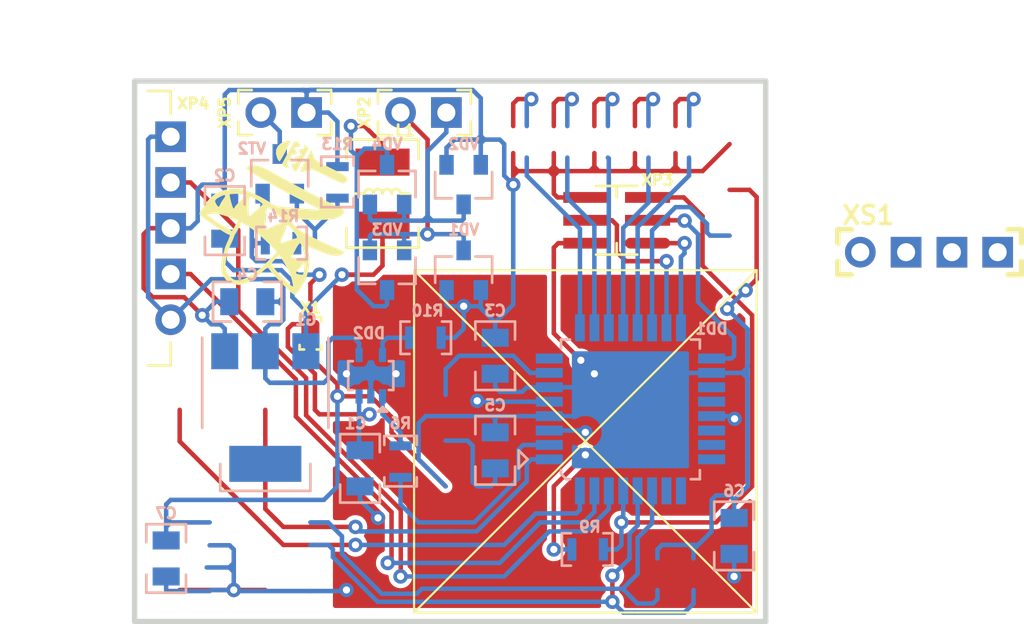
<source format=kicad_pcb>
(kicad_pcb (version 20171130) (host pcbnew "(5.1.2-1)-1")

  (general
    (thickness 1.6)
    (drawings 12)
    (tracks 605)
    (zones 0)
    (modules 28)
    (nets 48)
  )

  (page A4)
  (layers
    (0 F.Cu signal)
    (31 B.Cu signal)
    (32 B.Adhes user)
    (33 F.Adhes user)
    (34 B.Paste user)
    (35 F.Paste user)
    (36 B.SilkS user)
    (37 F.SilkS user)
    (38 B.Mask user)
    (39 F.Mask user)
    (40 Dwgs.User user)
    (41 Cmts.User user)
    (42 Eco1.User user)
    (43 Eco2.User user)
    (44 Edge.Cuts user)
    (45 Margin user)
    (46 B.CrtYd user)
    (47 F.CrtYd user)
    (48 B.Fab user hide)
    (49 F.Fab user hide)
  )

  (setup
    (last_trace_width 0.25)
    (trace_clearance 0.2)
    (zone_clearance 0.25)
    (zone_45_only no)
    (trace_min 0.2)
    (via_size 0.8)
    (via_drill 0.4)
    (via_min_size 0.4)
    (via_min_drill 0.3)
    (uvia_size 0.3)
    (uvia_drill 0.1)
    (uvias_allowed no)
    (uvia_min_size 0.2)
    (uvia_min_drill 0.1)
    (edge_width 0.05)
    (segment_width 0.2)
    (pcb_text_width 0.3)
    (pcb_text_size 1.5 1.5)
    (mod_edge_width 0.12)
    (mod_text_size 1 1)
    (mod_text_width 0.15)
    (pad_size 1.524 1.524)
    (pad_drill 0.762)
    (pad_to_mask_clearance 0.051)
    (solder_mask_min_width 0.25)
    (aux_axis_origin 0 0)
    (visible_elements FFFFFF7F)
    (pcbplotparams
      (layerselection 0x010fc_ffffffff)
      (usegerberextensions false)
      (usegerberattributes false)
      (usegerberadvancedattributes false)
      (creategerberjobfile false)
      (excludeedgelayer true)
      (linewidth 0.100000)
      (plotframeref false)
      (viasonmask false)
      (mode 1)
      (useauxorigin false)
      (hpglpennumber 1)
      (hpglpenspeed 20)
      (hpglpendiameter 15.000000)
      (psnegative false)
      (psa4output false)
      (plotreference true)
      (plotvalue true)
      (plotinvisibletext false)
      (padsonsilk false)
      (subtractmaskfromsilk false)
      (outputformat 1)
      (mirror false)
      (drillshape 1)
      (scaleselection 1)
      (outputdirectory ""))
  )

  (net 0 "")
  (net 1 "Net-(DD1-Pad26)")
  (net 2 "Net-(DD1-Pad25)")
  (net 3 "Net-(DD1-Pad22)")
  (net 4 "Net-(DD1-Pad20)")
  (net 5 "Net-(DD1-Pad19)")
  (net 6 "Net-(DD1-Pad8)")
  (net 7 "Net-(DD2-Pad5)")
  (net 8 "Net-(DD2-Pad1)")
  (net 9 /MC_TX)
  (net 10 /MC_RX)
  (net 11 /GND)
  (net 12 /5V)
  (net 13 "Net-(HL1-Pad1)")
  (net 14 "Net-(HL2-Pad1)")
  (net 15 "Net-(HL3-Pad1)")
  (net 16 "Net-(HL4-Pad1)")
  (net 17 "Net-(HL5-Pad1)")
  (net 18 /CHARGE_STATUS)
  (net 19 /V_BAT)
  (net 20 / PWR_CHARGE)
  (net 21 /MC_VCC)
  (net 22 /nRESET)
  (net 23 /SCK)
  (net 24 /MOSI)
  (net 25 /MISO)
  (net 26 /SCL)
  (net 27 /SDA)
  (net 28 /TX_DATA)
  (net 29 /BUT-1)
  (net 30 /BUT-2)
  (net 31 /HL-1)
  (net 32 /HL-2)
  (net 33 /HL-3)
  (net 34 /HL-4)
  (net 35 /HL-5)
  (net 36 /DTH_DATA)
  (net 37 "Net-(R13-Pad1)")
  (net 38 /QI-1)
  (net 39 /QI-2)
  (net 40 /BAT_IN)
  (net 41 /QI+)
  (net 42 "Net-(DD1-Pad23)")
  (net 43 "Net-(DD1-Pad24)")
  (net 44 "Net-(XS1-Pad4)")
  (net 45 "Net-(XS1-Pad3)")
  (net 46 "Net-(XS1-Pad2)")
  (net 47 "Net-(XS1-Pad1)")

  (net_class Default "Это класс цепей по умолчанию."
    (clearance 0.2)
    (trace_width 0.25)
    (via_dia 0.8)
    (via_drill 0.4)
    (uvia_dia 0.3)
    (uvia_drill 0.1)
    (add_net /5V)
    (add_net /BAT_IN)
    (add_net /BUT-1)
    (add_net /BUT-2)
    (add_net /CHARGE_STATUS)
    (add_net /DTH_DATA)
    (add_net /GND)
    (add_net /HL-1)
    (add_net /HL-2)
    (add_net /HL-3)
    (add_net /HL-4)
    (add_net /HL-5)
    (add_net /MC_RX)
    (add_net /MC_TX)
    (add_net /MC_VCC)
    (add_net /MISO)
    (add_net /MOSI)
    (add_net /QI+)
    (add_net /QI-1)
    (add_net /QI-2)
    (add_net /SCK)
    (add_net /SCL)
    (add_net /SDA)
    (add_net /TX_DATA)
    (add_net /V_BAT)
    (add_net /nRESET)
    (add_net / PWR_CHARGE)
    (add_net "Net-(DD1-Pad19)")
    (add_net "Net-(DD1-Pad20)")
    (add_net "Net-(DD1-Pad22)")
    (add_net "Net-(DD1-Pad23)")
    (add_net "Net-(DD1-Pad24)")
    (add_net "Net-(DD1-Pad25)")
    (add_net "Net-(DD1-Pad26)")
    (add_net "Net-(DD1-Pad8)")
    (add_net "Net-(DD2-Pad1)")
    (add_net "Net-(DD2-Pad5)")
    (add_net "Net-(HL1-Pad1)")
    (add_net "Net-(HL2-Pad1)")
    (add_net "Net-(HL3-Pad1)")
    (add_net "Net-(HL4-Pad1)")
    (add_net "Net-(HL5-Pad1)")
    (add_net "Net-(R13-Pad1)")
    (add_net "Net-(XS1-Pad1)")
    (add_net "Net-(XS1-Pad2)")
    (add_net "Net-(XS1-Pad3)")
    (add_net "Net-(XS1-Pad4)")
  )

  (module N_X:Вилка_PLS4_вертикальная (layer F.Cu) (tedit 5C32314F) (tstamp 6021C4A4)
    (at 250.25 49.5)
    (path /6023C0D1)
    (fp_text reference XS1 (at 0.45 -2.05) (layer F.SilkS)
      (effects (font (size 1 1) (thickness 0.2)))
    )
    (fp_text value Розетка_PBS4 (at 2 2.5) (layer F.Fab)
      (effects (font (size 1 1) (thickness 0.15)))
    )
    (fp_line (start 8.94 -1.25) (end 8.94 -0.5) (layer F.SilkS) (width 0.3))
    (fp_line (start 8.94 0.5) (end 8.94 1.25) (layer F.SilkS) (width 0.3))
    (fp_line (start 8.94 1.25) (end 8.19 1.25) (layer F.SilkS) (width 0.3))
    (fp_line (start 8.19 -1.25) (end 8.94 -1.25) (layer F.SilkS) (width 0.3))
    (fp_line (start -1.25 1.25) (end -0.5 1.25) (layer F.SilkS) (width 0.3))
    (fp_line (start -1.25 0.5) (end -1.25 1.25) (layer F.SilkS) (width 0.3))
    (fp_line (start -1.25 -1.25) (end -1.25 -0.5) (layer F.SilkS) (width 0.3))
    (fp_line (start -1.25 -1.25) (end -0.5 -1.25) (layer F.SilkS) (width 0.3))
    (pad 4 thru_hole rect (at 7.62 0) (size 1.7 1.7) (drill 1) (layers *.Cu *.Mask)
      (net 44 "Net-(XS1-Pad4)"))
    (pad 3 thru_hole rect (at 5.08 0) (size 1.7 1.7) (drill 1) (layers *.Cu *.Mask)
      (net 45 "Net-(XS1-Pad3)"))
    (pad 2 thru_hole rect (at 2.54 0) (size 1.7 1.7) (drill 1) (layers *.Cu *.Mask)
      (net 46 "Net-(XS1-Pad2)"))
    (pad 1 thru_hole circle (at 0 0) (size 1.7 1.7) (drill 1) (layers *.Cu *.Mask)
      (net 47 "Net-(XS1-Pad1)"))
    (model ${N_3D}/single_pls1.stp
      (offset (xyz -1.25 -1.25 0))
      (scale (xyz 1 1 1))
      (rotate (xyz -90 0 0))
    )
    (model ${N_3D}/single_pls1.stp
      (offset (xyz 1.29 -1.25 0))
      (scale (xyz 1 1 1))
      (rotate (xyz -90 0 0))
    )
    (model ${N_3D}/single_pls1.stp
      (offset (xyz 3.83 -1.25 0))
      (scale (xyz 1 1 1))
      (rotate (xyz -90 0 0))
    )
    (model ${N_3D}/single_pls1.stp
      (offset (xyz 6.37 -1.25 0))
      (scale (xyz 1 1 1))
      (rotate (xyz -90 0 0))
    )
  )

  (module N_ICO:ni_10x10 (layer F.Cu) (tedit 0) (tstamp 60206290)
    (at 218.25 47 90)
    (path /60210373)
    (fp_text reference LOGO1 (at 0 0 90) (layer F.SilkS) hide
      (effects (font (size 1.524 1.524) (thickness 0.3)))
    )
    (fp_text value LOGO (at 0.75 0 90) (layer F.SilkS) hide
      (effects (font (size 1.524 1.524) (thickness 0.3)))
    )
    (fp_poly (pts (xy 3.185066 -0.395973) (xy 3.374616 -0.309975) (xy 3.526582 -0.157113) (xy 3.631026 0.056797)
      (xy 3.665086 0.201299) (xy 3.677407 0.317673) (xy 3.663147 0.369916) (xy 3.635494 0.377495)
      (xy 3.578182 0.357173) (xy 3.462109 0.303965) (xy 3.302907 0.225414) (xy 3.116205 0.129061)
      (xy 3.069922 0.104593) (xy 2.882715 0.002552) (xy 2.724371 -0.088713) (xy 2.609167 -0.160598)
      (xy 2.551381 -0.204501) (xy 2.547572 -0.210117) (xy 2.5741 -0.251124) (xy 2.658455 -0.307297)
      (xy 2.732967 -0.344119) (xy 2.96787 -0.409293) (xy 3.185066 -0.395973)) (layer F.SilkS) (width 0.01))
    (fp_poly (pts (xy 2.980753 0.237915) (xy 3.190189 0.35187) (xy 3.372484 0.455568) (xy 3.514737 0.541309)
      (xy 3.604047 0.601391) (xy 3.628355 0.624511) (xy 3.634303 0.738355) (xy 3.581497 0.851594)
      (xy 3.497074 0.921547) (xy 3.416149 0.947115) (xy 3.37622 0.920229) (xy 3.369059 0.904175)
      (xy 3.348646 0.809287) (xy 3.344334 0.744427) (xy 3.332568 0.652177) (xy 3.287796 0.621207)
      (xy 3.195806 0.647055) (xy 3.131872 0.677739) (xy 2.972228 0.759183) (xy 2.942771 0.602164)
      (xy 2.913233 0.470341) (xy 2.877809 0.411148) (xy 2.819535 0.413276) (xy 2.730022 0.46034)
      (xy 2.627393 0.507663) (xy 2.568785 0.492995) (xy 2.543553 0.40828) (xy 2.54 0.316536)
      (xy 2.51757 0.217935) (xy 2.461154 0.179619) (xy 2.400562 0.202841) (xy 2.319826 0.247933)
      (xy 2.25425 0.272838) (xy 2.181769 0.281414) (xy 2.159454 0.233703) (xy 2.159 0.21688)
      (xy 2.185619 0.127684) (xy 2.250346 0.02571) (xy 2.256797 0.018026) (xy 2.354594 -0.095669)
      (xy 2.980753 0.237915)) (layer F.SilkS) (width 0.01))
    (fp_poly (pts (xy 2.386411 0.484726) (xy 2.401121 0.54396) (xy 2.40528 0.584511) (xy 2.434849 0.701977)
      (xy 2.499506 0.74569) (xy 2.608042 0.719828) (xy 2.648617 0.700101) (xy 2.772834 0.635129)
      (xy 2.810598 0.804398) (xy 2.846612 0.921398) (xy 2.898605 0.965984) (xy 2.987002 0.946906)
      (xy 3.060495 0.911425) (xy 3.133352 0.876819) (xy 3.175914 0.879964) (xy 3.203986 0.93535)
      (xy 3.233376 1.057465) (xy 3.236807 1.073044) (xy 3.26647 1.156787) (xy 3.320637 1.176074)
      (xy 3.37089 1.166597) (xy 3.444803 1.15653) (xy 3.452256 1.184607) (xy 3.447275 1.19422)
      (xy 3.388026 1.280006) (xy 3.320183 1.355889) (xy 3.269168 1.394091) (xy 3.263689 1.394818)
      (xy 3.219235 1.374871) (xy 3.114876 1.321699) (xy 2.964949 1.24278) (xy 2.78379 1.145592)
      (xy 2.7305 1.11671) (xy 2.533098 1.010539) (xy 2.352993 0.915589) (xy 2.208028 0.841133)
      (xy 2.116044 0.796447) (xy 2.106084 0.792111) (xy 2.009401 0.722946) (xy 1.990205 0.641073)
      (xy 2.047073 0.564465) (xy 2.12725 0.524955) (xy 2.268537 0.479307) (xy 2.34857 0.464536)
      (xy 2.386411 0.484726)) (layer F.SilkS) (width 0.01))
    (fp_poly (pts (xy -0.297463 -4.632403) (xy -0.194184 -4.569903) (xy -0.112356 -4.511283) (xy 0.018405 -4.416623)
      (xy 0.142781 -4.334845) (xy 0.197804 -4.302938) (xy 0.317918 -4.218481) (xy 0.46096 -4.087587)
      (xy 0.603648 -3.934762) (xy 0.7227 -3.784513) (xy 0.783266 -3.68669) (xy 0.932469 -3.319755)
      (xy 1.009805 -2.949322) (xy 1.014613 -2.568564) (xy 0.946234 -2.170657) (xy 0.804007 -1.748776)
      (xy 0.58727 -1.296095) (xy 0.544338 -1.218034) (xy 0.438022 -1.034129) (xy 0.331187 -0.859713)
      (xy 0.239486 -0.719893) (xy 0.198667 -0.663597) (xy 0.112534 -0.523172) (xy 0.050208 -0.368555)
      (xy 0.039321 -0.323788) (xy 0.025412 -0.226121) (xy 0.007976 -0.068094) (xy -0.012017 0.137682)
      (xy -0.033597 0.378598) (xy -0.055794 0.642042) (xy -0.077638 0.915405) (xy -0.098161 1.186077)
      (xy -0.116391 1.441447) (xy -0.131359 1.668906) (xy -0.142096 1.855842) (xy -0.147632 1.989647)
      (xy -0.146996 2.057709) (xy -0.144262 2.063374) (xy -0.121914 2.022831) (xy -0.066895 1.916519)
      (xy 0.015711 1.75445) (xy 0.120822 1.546639) (xy 0.243357 1.303101) (xy 0.377946 1.034419)
      (xy 0.572192 0.651555) (xy 0.772406 0.267414) (xy 0.974397 -0.110772) (xy 1.173973 -0.475773)
      (xy 1.366941 -0.820357) (xy 1.549109 -1.137293) (xy 1.716284 -1.41935) (xy 1.864274 -1.659296)
      (xy 1.988886 -1.849901) (xy 2.085928 -1.983934) (xy 2.151208 -2.054162) (xy 2.173518 -2.062623)
      (xy 2.242832 -2.000157) (xy 2.296617 -1.877936) (xy 2.325343 -1.720657) (xy 2.327709 -1.663063)
      (xy 2.319331 -1.530974) (xy 2.290029 -1.390392) (xy 2.234939 -1.229444) (xy 2.149194 -1.036258)
      (xy 2.027928 -0.79896) (xy 1.866276 -0.50568) (xy 1.819616 -0.423333) (xy 1.334928 0.448823)
      (xy 0.86266 1.338061) (xy 0.420591 2.21059) (xy 0.254 2.551921) (xy 0.107036 2.852093)
      (xy -0.009727 3.079871) (xy -0.09939 3.240703) (xy -0.165054 3.340037) (xy -0.209819 3.383323)
      (xy -0.220839 3.386241) (xy -0.31686 3.350515) (xy -0.424612 3.25632) (xy -0.526502 3.124616)
      (xy -0.604938 2.97636) (xy -0.631214 2.89733) (xy -0.667559 2.692505) (xy -0.692982 2.419559)
      (xy -0.707061 2.094385) (xy -0.709372 1.732877) (xy -0.699494 1.350926) (xy -0.681111 1.020824)
      (xy -0.665617 0.788264) (xy -0.653811 0.587204) (xy -0.646402 0.431949) (xy -0.644104 0.336808)
      (xy -0.645916 0.313639) (xy -0.680606 0.334639) (xy -0.763764 0.401997) (xy -0.881864 0.504401)
      (xy -0.984883 0.597082) (xy -1.095541 0.699634) (xy -1.184758 0.789339) (xy -1.261444 0.879642)
      (xy -1.33451 0.983986) (xy -1.412864 1.115814) (xy -1.505417 1.288571) (xy -1.621078 1.5157)
      (xy -1.706073 1.685267) (xy -1.840097 1.958195) (xy -1.973781 2.239271) (xy -2.097475 2.507568)
      (xy -2.201528 2.742158) (xy -2.275447 2.91996) (xy -2.348531 3.098626) (xy -2.414532 3.245533)
      (xy -2.465616 3.344111) (xy -2.491847 3.377671) (xy -2.543212 3.356729) (xy -2.600538 3.291295)
      (xy -2.670241 3.140279) (xy -2.69722 2.958807) (xy -2.680202 2.739237) (xy -2.617917 2.473925)
      (xy -2.509091 2.155229) (xy -2.352453 1.775505) (xy -2.345709 1.760151) (xy -2.270077 1.585809)
      (xy -2.209154 1.440632) (xy -2.169973 1.341688) (xy -2.159 1.307021) (xy -2.194468 1.305027)
      (xy -2.286217 1.32975) (xy -2.38125 1.363432) (xy -2.642704 1.428352) (xy -2.95488 1.447344)
      (xy -3.297677 1.420872) (xy -3.650991 1.349399) (xy -3.710871 1.332744) (xy -3.883439 1.278643)
      (xy -4.029411 1.225402) (xy -4.126008 1.181637) (xy -4.146517 1.168027) (xy -4.224472 1.11302)
      (xy -4.340194 1.044864) (xy -4.363762 1.032285) (xy -3.759339 1.032285) (xy -3.745775 1.088689)
      (xy -3.695864 1.114157) (xy -3.675855 1.118896) (xy -3.474084 1.156261) (xy -3.300166 1.175907)
      (xy -3.169822 1.177148) (xy -3.098774 1.159296) (xy -3.090333 1.14449) (xy -3.123486 1.095247)
      (xy -3.181108 1.055065) (xy -3.261863 0.999921) (xy -3.374335 0.908994) (xy -3.457875 0.835042)
      (xy -3.4953 0.804334) (xy -2.836333 0.804334) (xy -2.836333 1.185334) (xy -2.716623 1.185334)
      (xy -2.616774 1.171441) (xy -2.46959 1.134999) (xy -2.306754 1.083866) (xy -2.305141 1.083303)
      (xy -2.160986 1.02817) (xy -2.0524 0.977747) (xy -2.000731 0.942078) (xy -1.999443 0.939496)
      (xy -2.023722 0.883871) (xy -2.118846 0.80528) (xy -2.276127 0.709791) (xy -2.467512 0.612585)
      (xy -2.597723 0.547073) (xy -2.694562 0.491166) (xy -2.733796 0.460333) (xy -2.778475 0.419625)
      (xy -2.810459 0.462618) (xy -2.829745 0.589302) (xy -2.836331 0.799668) (xy -2.836333 0.804334)
      (xy -3.4953 0.804334) (xy -3.56831 0.744429) (xy -3.649128 0.700048) (xy -3.680243 0.702217)
      (xy -3.709324 0.76556) (xy -3.737965 0.877156) (xy -3.745582 0.919081) (xy -3.759339 1.032285)
      (xy -4.363762 1.032285) (xy -4.3815 1.022818) (xy -4.520075 0.938991) (xy -4.668294 0.831923)
      (xy -4.718297 0.790921) (xy -4.885761 0.646737) (xy -4.812796 0.535298) (xy -4.396686 0.535298)
      (xy -4.340006 0.538617) (xy -4.328583 0.535716) (xy -4.239499 0.515648) (xy -4.113401 0.491857)
      (xy -4.085166 0.487024) (xy -3.859436 0.427329) (xy -3.591989 0.321076) (xy -3.304239 0.178126)
      (xy -3.017599 0.008342) (xy -2.951864 -0.034957) (xy -2.803556 -0.134747) (xy -1.984922 -0.134747)
      (xy -1.979496 -0.096297) (xy -1.960121 -0.0232) (xy -1.92329 0.096862) (xy -1.865497 0.276208)
      (xy -1.810401 0.4445) (xy -1.764016 0.586565) (xy -1.727465 0.700005) (xy -1.710871 0.753022)
      (xy -1.670828 0.761898) (xy -1.58064 0.72338) (xy -1.453859 0.645846) (xy -1.30404 0.537674)
      (xy -1.144736 0.407246) (xy -1.128324 0.392877) (xy -1.038015 0.30592) (xy -0.982301 0.238072)
      (xy -0.973666 0.217671) (xy -1.010816 0.18576) (xy -1.103008 0.155182) (xy -1.132416 0.148994)
      (xy -1.269704 0.113948) (xy -1.389537 0.068844) (xy -1.397 0.065146) (xy -1.516404 0.009311)
      (xy -1.656363 -0.048779) (xy -1.794188 -0.100718) (xy -1.907188 -0.138095) (xy -1.972674 -0.152503)
      (xy -1.979906 -0.150871) (xy -1.984922 -0.134747) (xy -2.803556 -0.134747) (xy -2.665227 -0.227822)
      (xy -2.84603 -0.413501) (xy -2.954198 -0.51939) (xy -3.047953 -0.602221) (xy -3.09547 -0.636831)
      (xy -3.177996 -0.636032) (xy -3.30868 -0.569004) (xy -3.488107 -0.435312) (xy -3.716864 -0.23452)
      (xy -3.989916 0.02822) (xy -4.188321 0.231591) (xy -4.321688 0.383051) (xy -4.390861 0.483864)
      (xy -4.396686 0.535298) (xy -4.812796 0.535298) (xy -4.805694 0.524452) (xy -4.73394 0.434478)
      (xy -4.611442 0.301288) (xy -4.45123 0.137357) (xy -4.266329 -0.044839) (xy -4.06977 -0.232824)
      (xy -3.87458 -0.414122) (xy -3.693787 -0.576257) (xy -3.540419 -0.706753) (xy -3.435696 -0.787474)
      (xy -3.372591 -0.838883) (xy -3.366842 -0.886844) (xy -3.413225 -0.967066) (xy -3.483076 -1.059223)
      (xy -3.587014 -1.180117) (xy -3.671289 -1.270804) (xy -3.778476 -1.387431) (xy -3.86634 -1.492909)
      (xy -3.907054 -1.550501) (xy -3.961341 -1.638965) (xy -4.038991 -1.759571) (xy -4.074404 -1.813155)
      (xy -4.180926 -2.001259) (xy -4.263533 -2.201316) (xy -4.310466 -2.382188) (xy -4.316881 -2.455333)
      (xy -4.305232 -2.560391) (xy -4.058645 -2.560391) (xy -4.051097 -2.469545) (xy -4.009659 -2.254139)
      (xy -3.926104 -2.033193) (xy -3.794797 -1.797651) (xy -3.610102 -1.538459) (xy -3.366384 -1.24656)
      (xy -3.128528 -0.987004) (xy -2.949581 -0.801061) (xy -2.786657 -0.638247) (xy -2.649836 -0.508119)
      (xy -2.549195 -0.420233) (xy -2.494814 -0.384145) (xy -2.492334 -0.383754) (xy -2.440537 -0.41209)
      (xy -2.343042 -0.49204) (xy -2.211586 -0.613018) (xy -2.057909 -0.764434) (xy -1.970345 -0.854576)
      (xy -1.858414 -0.973806) (xy -1.213344 -0.973806) (xy -1.190818 -0.876148) (xy -1.127902 -0.718655)
      (xy -1.081622 -0.613833) (xy -1.008714 -0.444513) (xy -0.935793 -0.265261) (xy -0.910999 -0.201083)
      (xy -0.858062 -0.08618) (xy -0.806066 -0.013394) (xy -0.781975 0) (xy -0.730552 -0.029304)
      (xy -0.639798 -0.10738) (xy -0.526352 -0.219469) (xy -0.484579 -0.263772) (xy -0.289744 -0.482298)
      (xy -0.146505 -0.660525) (xy -0.058147 -0.793806) (xy -0.027958 -0.877497) (xy -0.035323 -0.898923)
      (xy -0.091589 -0.917214) (xy -0.211517 -0.935336) (xy -0.374142 -0.950506) (xy -0.4665 -0.956194)
      (xy -0.662726 -0.969317) (xy -0.846407 -0.986934) (xy -0.987253 -1.005958) (xy -1.023203 -1.012905)
      (xy -1.131076 -1.031671) (xy -1.193943 -1.022142) (xy -1.213344 -0.973806) (xy -1.858414 -0.973806)
      (xy -1.699097 -1.14351) (xy -1.480074 -1.390249) (xy -1.302078 -1.608685) (xy -1.153912 -1.81271)
      (xy -1.114055 -1.875328) (xy -0.508 -1.875328) (xy -0.473816 -1.811487) (xy -0.443029 -1.792744)
      (xy -0.382771 -1.745142) (xy -0.300885 -1.651252) (xy -0.253192 -1.586325) (xy -0.155471 -1.455799)
      (xy -0.047493 -1.329046) (xy 0.054198 -1.223622) (xy 0.133053 -1.157085) (xy 0.164629 -1.143)
      (xy 0.208218 -1.173748) (xy 0.273956 -1.249019) (xy 0.283344 -1.261485) (xy 0.352476 -1.367284)
      (xy 0.435023 -1.510457) (xy 0.484213 -1.603496) (xy 0.544512 -1.731896) (xy 0.568596 -1.823272)
      (xy 0.547651 -1.883674) (xy 0.472864 -1.919153) (xy 0.335419 -1.935761) (xy 0.126503 -1.939547)
      (xy -0.003862 -1.938564) (xy -0.226835 -1.934009) (xy -0.376765 -1.925212) (xy -0.465228 -1.910719)
      (xy -0.503803 -1.889078) (xy -0.508 -1.875328) (xy -1.114055 -1.875328) (xy -1.024377 -2.016217)
      (xy -0.998434 -2.06029) (xy -0.912407 -2.210596) (xy -0.865552 -2.302539) (xy -0.853476 -2.350354)
      (xy -0.871787 -2.368277) (xy -0.902649 -2.370666) (xy -0.964889 -2.389886) (xy -1.074789 -2.438835)
      (xy -1.206952 -2.504451) (xy -1.335981 -2.573671) (xy -1.436479 -2.633431) (xy -1.481666 -2.668495)
      (xy -1.532109 -2.697999) (xy -1.632619 -2.737185) (xy -1.672166 -2.750181) (xy -1.817269 -2.803735)
      (xy -1.95224 -2.865796) (xy -1.96325 -2.87178) (xy -1.326938 -2.87178) (xy -1.314334 -2.834489)
      (xy -1.250653 -2.788459) (xy -1.123582 -2.720916) (xy -1.107876 -2.712972) (xy -0.974423 -2.641439)
      (xy -0.872796 -2.579234) (xy -0.826085 -2.540947) (xy -0.779439 -2.500495) (xy -0.731415 -2.536634)
      (xy -0.683253 -2.63525) (xy -0.635875 -2.76225) (xy -0.084492 -2.76225) (xy -0.051351 -2.713489)
      (xy -0.030304 -2.709333) (xy 0.023397 -2.680787) (xy 0.116458 -2.605188) (xy 0.230705 -2.497596)
      (xy 0.255446 -2.472592) (xy 0.423477 -2.311886) (xy 0.55019 -2.217623) (xy 0.641727 -2.186133)
      (xy 0.6985 -2.207846) (xy 0.71799 -2.266277) (xy 0.73274 -2.386699) (xy 0.74032 -2.546465)
      (xy 0.740834 -2.601955) (xy 0.738469 -2.766423) (xy 0.732172 -2.895706) (xy 0.723136 -2.96865)
      (xy 0.719667 -2.976843) (xy 0.666941 -2.981269) (xy 0.557531 -2.964803) (xy 0.413214 -2.933257)
      (xy 0.255772 -2.892443) (xy 0.106982 -2.848174) (xy -0.011374 -2.80626) (xy -0.077519 -2.772515)
      (xy -0.084492 -2.76225) (xy -0.635875 -2.76225) (xy -0.623856 -2.794466) (xy -0.556419 -2.991469)
      (xy -0.488682 -3.201696) (xy -0.428382 -3.400586) (xy -0.383259 -3.563575) (xy -0.37742 -3.5892)
      (xy 0.017896 -3.5892) (xy 0.065704 -3.534989) (xy 0.150813 -3.499236) (xy 0.26367 -3.445576)
      (xy 0.390552 -3.362681) (xy 0.422396 -3.337841) (xy 0.543804 -3.252417) (xy 0.631836 -3.218366)
      (xy 0.674907 -3.239399) (xy 0.677334 -3.256157) (xy 0.655923 -3.343328) (xy 0.602423 -3.468339)
      (xy 0.53293 -3.599411) (xy 0.463539 -3.704767) (xy 0.432848 -3.738832) (xy 0.375812 -3.783296)
      (xy 0.323122 -3.79179) (xy 0.244517 -3.76283) (xy 0.170592 -3.725975) (xy 0.052758 -3.651698)
      (xy 0.017896 -3.5892) (xy -0.37742 -3.5892) (xy -0.363607 -3.649813) (xy -0.352761 -3.772275)
      (xy -0.355631 -3.915921) (xy -0.369481 -4.056263) (xy -0.391576 -4.168814) (xy -0.419182 -4.229086)
      (xy -0.428787 -4.233333) (xy -0.463392 -4.199989) (xy -0.465666 -4.182432) (xy -0.493082 -4.122565)
      (xy -0.561743 -4.033883) (xy -0.591911 -4.001279) (xy -0.708387 -3.859388) (xy -0.853225 -3.646277)
      (xy -1.021963 -3.368769) (xy -1.132369 -3.175) (xy -1.206748 -3.049354) (xy -1.275275 -2.946025)
      (xy -1.300779 -2.913108) (xy -1.326938 -2.87178) (xy -1.96325 -2.87178) (xy -1.9685 -2.874633)
      (xy -2.221039 -2.991372) (xy -2.522888 -3.092373) (xy -2.839974 -3.168683) (xy -3.13823 -3.211348)
      (xy -3.272334 -3.217267) (xy -3.518336 -3.185707) (xy -3.724516 -3.086128) (xy -3.905654 -2.910943)
      (xy -3.930189 -2.879512) (xy -4.01334 -2.761011) (xy -4.052345 -2.667571) (xy -4.058645 -2.560391)
      (xy -4.305232 -2.560391) (xy -4.299569 -2.611454) (xy -4.254392 -2.790849) (xy -4.19192 -2.961173)
      (xy -4.122723 -3.090077) (xy -4.100401 -3.117814) (xy -4.00554 -3.199747) (xy -3.874996 -3.290493)
      (xy -3.812205 -3.32816) (xy -3.590016 -3.410911) (xy -3.318744 -3.443122) (xy -3.017519 -3.424404)
      (xy -2.705475 -3.354369) (xy -2.694291 -3.350889) (xy -2.542607 -3.305624) (xy -2.41857 -3.27298)
      (xy -2.34791 -3.259701) (xy -2.346198 -3.259666) (xy -2.277782 -3.243237) (xy -2.162033 -3.200856)
      (xy -2.064907 -3.159709) (xy -1.849758 -3.064805) (xy -1.699762 -3.003061) (xy -1.603584 -2.971334)
      (xy -1.549886 -2.966486) (xy -1.527332 -2.985375) (xy -1.524 -3.009869) (xy -1.50135 -3.073327)
      (xy -1.440125 -3.189437) (xy -1.35041 -3.341564) (xy -1.242289 -3.513074) (xy -1.125849 -3.687332)
      (xy -1.038396 -3.810822) (xy -0.944998 -3.940161) (xy -0.867761 -4.049608) (xy -0.8255 -4.112267)
      (xy -0.734907 -4.245738) (xy -0.629495 -4.383949) (xy -0.524011 -4.509586) (xy -0.433205 -4.605337)
      (xy -0.371825 -4.653887) (xy -0.36174 -4.656666) (xy -0.297463 -4.632403)) (layer F.SilkS) (width 0.01))
    (fp_poly (pts (xy 2.005041 0.956813) (xy 2.115305 1.000327) (xy 2.276553 1.074998) (xy 2.477501 1.175435)
      (xy 2.706865 1.296247) (xy 2.876527 1.389077) (xy 3.149555 1.540731) (xy 2.944905 1.634754)
      (xy 2.812899 1.692579) (xy 2.70253 1.736084) (xy 2.662479 1.749115) (xy 2.612522 1.797013)
      (xy 2.530803 1.922451) (xy 2.41776 2.124665) (xy 2.273831 2.402891) (xy 2.181366 2.588644)
      (xy 2.021227 2.908868) (xy 1.889799 3.157531) (xy 1.781776 3.340606) (xy 1.69185 3.464063)
      (xy 1.614716 3.533874) (xy 1.545066 3.55601) (xy 1.477596 3.536445) (xy 1.406997 3.481148)
      (xy 1.397 3.471334) (xy 1.333562 3.379006) (xy 1.312334 3.301577) (xy 1.330702 3.239671)
      (xy 1.382056 3.114829) (xy 1.46077 2.939465) (xy 1.561219 2.72599) (xy 1.677778 2.48682)
      (xy 1.719882 2.402247) (xy 1.854282 2.13262) (xy 1.954384 1.927498) (xy 2.024317 1.775943)
      (xy 2.068211 1.667017) (xy 2.090194 1.589781) (xy 2.094394 1.533296) (xy 2.084941 1.486624)
      (xy 2.075246 1.460754) (xy 2.025821 1.322882) (xy 1.984876 1.178199) (xy 1.958154 1.05153)
      (xy 1.951397 0.967696) (xy 1.957044 0.949845) (xy 2.005041 0.956813)) (layer F.SilkS) (width 0.01))
  )

  (module N_X:Вилка_PLLD6_угловая_вертикальная (layer F.Cu) (tedit 5E2C1D20) (tstamp 601F2441)
    (at 237.5 49 90)
    (path /602F8775)
    (fp_text reference XP3 (at 3.5 1.5) (layer F.SilkS)
      (effects (font (size 0.6 0.6) (thickness 0.15)))
    )
    (fp_text value Вилка_PLD6_ПРОГ (at 3 5.5 90) (layer F.Fab)
      (effects (font (size 1 1) (thickness 0.15)))
    )
    (fp_line (start 3.175 -0.762) (end 3.175 -1.905) (layer F.SilkS) (width 0.15))
    (fp_line (start 3.175 0.381) (end 3.175 -0.762) (layer F.SilkS) (width 0.15))
    (fp_line (start -0.635 0.381) (end -0.635 -0.762) (layer F.SilkS) (width 0.15))
    (fp_line (start -0.635 -0.762) (end -0.635 -1.905) (layer F.SilkS) (width 0.15))
    (fp_line (start 2.54 -0.762) (end 3.175 -0.762) (layer F.SilkS) (width 0.15))
    (fp_line (start 0 -0.762) (end -0.635 -0.762) (layer F.SilkS) (width 0.15))
    (pad 6 smd rect (at 2.54 -1.524 270) (size 0.6 2.5) (drill (offset 0 0.95)) (layers F.Cu F.Paste F.Mask)
      (net 11 /GND))
    (pad 5 smd rect (at 2.54 0 90) (size 0.6 2.5) (drill (offset 0 0.95)) (layers F.Cu F.Paste F.Mask)
      (net 22 /nRESET))
    (pad 3 smd rect (at 1.27 0 90) (size 0.6 2.5) (drill (offset 0 0.95)) (layers F.Cu F.Paste F.Mask)
      (net 23 /SCK))
    (pad 4 smd rect (at 1.27 -1.524 270) (size 0.6 2.5) (drill (offset 0 0.95)) (layers F.Cu F.Paste F.Mask)
      (net 24 /MOSI))
    (pad 2 smd rect (at 0 -1.524 270) (size 0.6 2.5) (drill (offset 0 0.95)) (layers F.Cu F.Paste F.Mask)
      (net 21 /MC_VCC))
    (pad 1 smd oval (at 0 0 90) (size 0.6 2.5) (drill (offset 0 0.95)) (layers F.Cu F.Paste F.Mask)
      (net 25 /MISO))
    (model ${N_3D}/X/PLLD1_27-xx-S.step
      (offset (xyz 0 0.85 0))
      (scale (xyz 1 1 1))
      (rotate (xyz 0 0 0))
    )
  )

  (module N_X:Вилка_угловая_XH.254_5 (layer F.Cu) (tedit 5EEA46CA) (tstamp 602028D0)
    (at 212 43.09 270)
    (path /6020F1DD)
    (fp_text reference XP4 (at -1.84 -1.25 180) (layer F.SilkS)
      (effects (font (size 0.6 0.6) (thickness 0.15)))
    )
    (fp_text value Вилка_PLS5 (at 3.81 3.81 90) (layer F.Fab)
      (effects (font (size 1 1) (thickness 0.15)))
    )
    (fp_line (start 12.7 7.62) (end 12.7 6.35) (layer Dwgs.User) (width 0.15))
    (fp_line (start 11.43 7.62) (end 12.7 7.62) (layer Dwgs.User) (width 0.15))
    (fp_line (start 12.7 0) (end 12.7 1.27) (layer F.SilkS) (width 0.15))
    (fp_line (start 11.43 0) (end 12.7 0) (layer F.SilkS) (width 0.15))
    (fp_line (start -1.27 7.62) (end -2.54 7.62) (layer Dwgs.User) (width 0.15))
    (fp_line (start -2.54 6.35) (end -2.54 7.62) (layer Dwgs.User) (width 0.15))
    (fp_line (start -2.54 0) (end -1.27 0) (layer F.SilkS) (width 0.15))
    (fp_line (start -2.54 0) (end -2.54 1.27) (layer F.SilkS) (width 0.15))
    (pad 2 thru_hole rect (at 7.62 0 270) (size 1.7 1.7) (drill 1) (layers *.Cu *.Mask)
      (net 9 /MC_TX))
    (pad 1 thru_hole circle (at 10.16 0 270) (size 1.7 1.7) (drill 1) (layers *.Cu *.Mask)
      (net 12 /5V))
    (pad 3 thru_hole rect (at 5.08 0 270) (size 1.7 1.7) (drill 1) (layers *.Cu *.Mask)
      (net 11 /GND))
    (pad 4 thru_hole rect (at 2.54 0 270) (size 1.7 1.7) (drill 1) (layers *.Cu *.Mask)
      (net 10 /MC_RX))
    (pad 5 thru_hole rect (at 0 0 270) (size 1.7 1.7) (drill 1) (layers *.Cu *.Mask)
      (net 12 /5V))
    (model ${N_3D}/X/XH2_54-4P-R.step
      (offset (xyz 6.3 -0.3 3))
      (scale (xyz 1 1 1))
      (rotate (xyz -90 0 0))
    )
  )

  (module N_X:Вилка_PLS2_вертикальная (layer F.Cu) (tedit 5D4C4A87) (tstamp 60205CB2)
    (at 217 41.75)
    (path /604649FD)
    (fp_text reference XP5 (at -2 0 270) (layer F.SilkS)
      (effects (font (size 0.6 0.6) (thickness 0.15)))
    )
    (fp_text value Вилка_PLS2 (at 2 2.5) (layer F.Fab)
      (effects (font (size 1 1) (thickness 0.15)))
    )
    (fp_line (start 3.15 -1.25) (end 3.9 -1.25) (layer F.SilkS) (width 0.15))
    (fp_line (start 3.9 1.25) (end 3.15 1.25) (layer F.SilkS) (width 0.15))
    (fp_line (start -1.25 1.25) (end -0.5 1.25) (layer F.SilkS) (width 0.15))
    (fp_line (start 3.9 -1.25) (end 3.9 -0.5) (layer F.SilkS) (width 0.15))
    (fp_line (start 3.9 0.5) (end 3.9 1.25) (layer F.SilkS) (width 0.15))
    (fp_line (start -1.25 0.5) (end -1.25 1.25) (layer F.SilkS) (width 0.15))
    (fp_line (start -1.25 -1.25) (end -1.25 -0.5) (layer F.SilkS) (width 0.15))
    (fp_line (start -1.25 -1.25) (end -0.5 -1.25) (layer F.SilkS) (width 0.15))
    (pad 2 thru_hole rect (at 2.54 0) (size 1.7 1.7) (drill 1) (layers *.Cu *.Mask)
      (net 11 /GND))
    (pad 1 thru_hole circle (at 0 0) (size 1.7 1.7) (drill 1) (layers *.Cu *.Mask)
      (net 40 /BAT_IN))
    (model ${N_3D}/single_pls1.stp
      (offset (xyz -1.25 -1.25 0))
      (scale (xyz 1 1 1))
      (rotate (xyz -90 0 0))
    )
    (model ${N_3D}/single_pls1.stp
      (offset (xyz 1.29 -1.25 0))
      (scale (xyz 1 1 1))
      (rotate (xyz -90 0 0))
    )
  )

  (module N_VD_HL:Транзистор_IRLML6344TR_SOT-23 (layer B.Cu) (tedit 5C97DFC7) (tstamp 60205C1F)
    (at 218.05 45.15 90)
    (descr "SOT-23, Single Diode")
    (tags SOT-23)
    (path /60488D9D)
    (attr smd)
    (fp_text reference VT2 (at 1.4 -1.55 180) (layer B.SilkS)
      (effects (font (size 0.6 0.6) (thickness 0.15)) (justify mirror))
    )
    (fp_text value "Транзистор_полевой_P-канал(IRLML2246TRPBF)" (at 0 -2.5 90) (layer B.Fab)
      (effects (font (size 1 1) (thickness 0.15)) (justify mirror))
    )
    (fp_line (start 0.76 1.58) (end -0.7 1.58) (layer B.SilkS) (width 0.15))
    (fp_line (start 0.15 -0.25) (end 0.15 -0.65) (layer B.Fab) (width 0.1))
    (fp_line (start 0.15 -0.45) (end -0.15 -0.25) (layer B.Fab) (width 0.1))
    (fp_line (start 0.15 -0.45) (end 0.4 -0.45) (layer B.Fab) (width 0.1))
    (fp_line (start -0.15 -0.25) (end -0.15 -0.65) (layer B.Fab) (width 0.1))
    (fp_line (start -0.15 -0.45) (end -0.4 -0.45) (layer B.Fab) (width 0.1))
    (fp_line (start -0.15 -0.65) (end 0.15 -0.45) (layer B.Fab) (width 0.1))
    (fp_line (start 0.76 -1.58) (end -0.7 -1.58) (layer B.SilkS) (width 0.15))
    (fp_line (start -0.7 1.52) (end -0.7 -1.52) (layer B.Fab) (width 0.1))
    (fp_line (start -0.7 1.52) (end 0.7 1.52) (layer B.Fab) (width 0.1))
    (fp_line (start -1.7 -1.75) (end -1.7 1.75) (layer B.CrtYd) (width 0.05))
    (fp_line (start 1.7 -1.75) (end -1.7 -1.75) (layer B.CrtYd) (width 0.05))
    (fp_line (start 1.7 1.75) (end 1.7 -1.75) (layer B.CrtYd) (width 0.05))
    (fp_line (start -1.7 1.75) (end 1.7 1.75) (layer B.CrtYd) (width 0.05))
    (fp_line (start -0.7 -1.52) (end 0.7 -1.52) (layer B.Fab) (width 0.1))
    (fp_line (start 0.7 1.52) (end 0.7 -1.52) (layer B.Fab) (width 0.1))
    (fp_line (start 0.76 1.58) (end 0.76 0.65) (layer B.SilkS) (width 0.15))
    (fp_line (start 0.76 -1.58) (end 0.76 -0.65) (layer B.SilkS) (width 0.15))
    (fp_line (start 0.15 0.65) (end 0.15 0.25) (layer B.Fab) (width 0.1))
    (fp_line (start 0.15 0.45) (end 0.4 0.45) (layer B.Fab) (width 0.1))
    (fp_line (start 0.15 0.45) (end -0.15 0.65) (layer B.Fab) (width 0.1))
    (fp_line (start -0.15 0.65) (end -0.15 0.25) (layer B.Fab) (width 0.1))
    (fp_line (start -0.15 0.25) (end 0.15 0.45) (layer B.Fab) (width 0.1))
    (fp_line (start -0.15 0.45) (end -0.4 0.45) (layer B.Fab) (width 0.1))
    (fp_text user %R (at 0 2.5 90) (layer B.Fab)
      (effects (font (size 1 1) (thickness 0.15)) (justify mirror))
    )
    (pad 3 smd rect (at 1.1 0 90) (size 1.1 0.8) (layers B.Cu B.Paste B.Mask)
      (net 40 /BAT_IN))
    (pad 2 smd rect (at -1.1 -0.95 90) (size 1.1 0.8) (layers B.Cu B.Paste B.Mask)
      (net 19 /V_BAT))
    (pad 1 smd rect (at -1.1 0.95 90) (size 1.1 0.8) (layers B.Cu B.Paste B.Mask)
      (net 37 "Net-(R13-Pad1)"))
    (model ${N_3D}/SOT-23.step
      (offset (xyz 0 0 0.57))
      (scale (xyz 1 1 1))
      (rotate (xyz -90 0 -90))
    )
  )

  (module N_RLC:Резистор_SMD_0603_0,065_Вт (layer B.Cu) (tedit 5D8A71D3) (tstamp 60205AC9)
    (at 217.25 49)
    (path /60488DB5)
    (fp_text reference R14 (at 1 -1.5) (layer B.SilkS)
      (effects (font (size 0.6 0.6) (thickness 0.15)) (justify mirror))
    )
    (fp_text value Резистор_0,065Вт (at 0.1524 -2.5146) (layer B.Fab)
      (effects (font (size 1 1) (thickness 0.15)) (justify mirror))
    )
    (fp_line (start 2.3 -0.9) (end 1.8 -0.9) (layer B.SilkS) (width 0.15))
    (fp_line (start 2.3 0.9) (end 1.8 0.9) (layer B.SilkS) (width 0.15))
    (fp_line (start 2.3 0.9) (end 2.3 -0.9) (layer B.SilkS) (width 0.15))
    (fp_line (start -0.5 -0.9) (end 0 -0.9) (layer B.SilkS) (width 0.15))
    (fp_line (start -0.5 0.9) (end -0.5 -0.9) (layer B.SilkS) (width 0.15))
    (fp_line (start -0.5 0.9) (end 0 0.9) (layer B.SilkS) (width 0.15))
    (pad 2 smd rect (at 1.75 0) (size 0.5 1.25) (layers B.Cu B.Paste B.Mask)
      (net 37 "Net-(R13-Pad1)") (clearance 0.2))
    (pad 1 smd rect (at 0 0) (size 0.5 1.25) (layers B.Cu B.Paste B.Mask)
      (net 19 /V_BAT) (clearance 0.2))
    (model ${N_3D}/CAP_0603.stp
      (offset (xyz 0.08 -0.55 0))
      (scale (xyz 1 1 1))
      (rotate (xyz 0 90 90))
    )
  )

  (module N_RLC:Резистор_SMD_0603_0,065_Вт (layer B.Cu) (tedit 5D8A71D3) (tstamp 60205ABD)
    (at 221.25 46.5 90)
    (path /60488DC0)
    (fp_text reference R13 (at 3 0 180) (layer B.SilkS)
      (effects (font (size 0.6 0.6) (thickness 0.15)) (justify mirror))
    )
    (fp_text value Резистор_0,065Вт (at 0.1524 -2.5146 90) (layer B.Fab)
      (effects (font (size 1 1) (thickness 0.15)) (justify mirror))
    )
    (fp_line (start 2.3 -0.9) (end 1.8 -0.9) (layer B.SilkS) (width 0.15))
    (fp_line (start 2.3 0.9) (end 1.8 0.9) (layer B.SilkS) (width 0.15))
    (fp_line (start 2.3 0.9) (end 2.3 -0.9) (layer B.SilkS) (width 0.15))
    (fp_line (start -0.5 -0.9) (end 0 -0.9) (layer B.SilkS) (width 0.15))
    (fp_line (start -0.5 0.9) (end -0.5 -0.9) (layer B.SilkS) (width 0.15))
    (fp_line (start -0.5 0.9) (end 0 0.9) (layer B.SilkS) (width 0.15))
    (pad 2 smd rect (at 1.75 0 90) (size 0.5 1.25) (layers B.Cu B.Paste B.Mask)
      (net 11 /GND) (clearance 0.2))
    (pad 1 smd rect (at 0 0 90) (size 0.5 1.25) (layers B.Cu B.Paste B.Mask)
      (net 37 "Net-(R13-Pad1)") (clearance 0.2))
    (model ${N_3D}/CAP_0603.stp
      (offset (xyz 0.08 -0.55 0))
      (scale (xyz 1 1 1))
      (rotate (xyz 0 90 90))
    )
  )

  (module N_RLC:Резистор_SMD_0603_0,065_Вт (layer B.Cu) (tedit 5D8A71D3) (tstamp 601F3E21)
    (at 225.25 54.25)
    (path /60382610)
    (fp_text reference R10 (at 1 -1.5) (layer B.SilkS)
      (effects (font (size 0.6 0.6) (thickness 0.15)) (justify mirror))
    )
    (fp_text value Резистор_0,065Вт (at 0.1524 -2.5146) (layer B.Fab)
      (effects (font (size 1 1) (thickness 0.15)) (justify mirror))
    )
    (fp_line (start 2.3 -0.9) (end 1.8 -0.9) (layer B.SilkS) (width 0.15))
    (fp_line (start 2.3 0.9) (end 1.8 0.9) (layer B.SilkS) (width 0.15))
    (fp_line (start 2.3 0.9) (end 2.3 -0.9) (layer B.SilkS) (width 0.15))
    (fp_line (start -0.5 -0.9) (end 0 -0.9) (layer B.SilkS) (width 0.15))
    (fp_line (start -0.5 0.9) (end -0.5 -0.9) (layer B.SilkS) (width 0.15))
    (fp_line (start -0.5 0.9) (end 0 0.9) (layer B.SilkS) (width 0.15))
    (pad 2 smd rect (at 1.75 0) (size 0.5 1.25) (layers B.Cu B.Paste B.Mask)
      (net 11 /GND) (clearance 0.2))
    (pad 1 smd rect (at 0 0) (size 0.5 1.25) (layers B.Cu B.Paste B.Mask)
      (net 7 "Net-(DD2-Pad5)") (clearance 0.2))
    (model ${N_3D}/CAP_0603.stp
      (offset (xyz 0.08 -0.55 0))
      (scale (xyz 1 1 1))
      (rotate (xyz 0 90 90))
    )
  )

  (module N_RLC:Резистор_SMD_0603_0,065_Вт (layer B.Cu) (tedit 5D8A71D3) (tstamp 601F3E15)
    (at 236 66 180)
    (path /6035ADCA)
    (fp_text reference R9 (at 0.75 1.25) (layer B.SilkS)
      (effects (font (size 0.6 0.6) (thickness 0.15)) (justify mirror))
    )
    (fp_text value Резистор_0,065Вт (at 0.1524 -2.5146) (layer B.Fab)
      (effects (font (size 1 1) (thickness 0.15)) (justify mirror))
    )
    (fp_line (start 2.3 -0.9) (end 1.8 -0.9) (layer B.SilkS) (width 0.15))
    (fp_line (start 2.3 0.9) (end 1.8 0.9) (layer B.SilkS) (width 0.15))
    (fp_line (start 2.3 0.9) (end 2.3 -0.9) (layer B.SilkS) (width 0.15))
    (fp_line (start -0.5 -0.9) (end 0 -0.9) (layer B.SilkS) (width 0.15))
    (fp_line (start -0.5 0.9) (end -0.5 -0.9) (layer B.SilkS) (width 0.15))
    (fp_line (start -0.5 0.9) (end 0 0.9) (layer B.SilkS) (width 0.15))
    (pad 2 smd rect (at 1.75 0 180) (size 0.5 1.25) (layers B.Cu B.Paste B.Mask)
      (net 21 /MC_VCC) (clearance 0.2))
    (pad 1 smd rect (at 0 0 180) (size 0.5 1.25) (layers B.Cu B.Paste B.Mask)
      (net 22 /nRESET) (clearance 0.2))
    (model ${N_3D}/CAP_0603.stp
      (offset (xyz 0.08 -0.55 0))
      (scale (xyz 1 1 1))
      (rotate (xyz 0 90 90))
    )
  )

  (module N_RLC:Конденсатор_SMD_0805 (layer B.Cu) (tedit 5C5F099F) (tstamp 601F3268)
    (at 211.75 65.5 270)
    (path /60301EB1)
    (fp_text reference C7 (at -1.5 0 180) (layer B.SilkS)
      (effects (font (size 0.6 0.6) (thickness 0.15)) (justify mirror))
    )
    (fp_text value Конденсатор_керамический (at 1.29 -2.09 90) (layer B.Fab) hide
      (effects (font (size 2 1.6) (thickness 0.3)) (justify mirror))
    )
    (fp_line (start -0.9 -1.1) (end -0.9 1.1) (layer B.SilkS) (width 0.15))
    (fp_line (start 2.9 1.1) (end 2.9 -1.1) (layer B.SilkS) (width 0.15))
    (fp_line (start -0.9 -1.1) (end 0.1 -1.1) (layer B.SilkS) (width 0.15))
    (fp_line (start 2.9 -1.1) (end 1.9 -1.1) (layer B.SilkS) (width 0.15))
    (fp_line (start 2.9 1.1) (end 1.9 1.1) (layer B.SilkS) (width 0.15))
    (fp_line (start -0.9 1.1) (end 0.1 1.1) (layer B.SilkS) (width 0.15))
    (pad 1 smd rect (at 0 0 270) (size 1 1.5) (layers B.Cu B.Paste B.Mask)
      (net 21 /MC_VCC) (clearance 0.2))
    (pad 2 smd rect (at 2 0 270) (size 1 1.5) (layers B.Cu B.Paste B.Mask)
      (net 11 /GND) (clearance 0.2))
    (model ${N_3D}/Res_0805.stp
      (offset (xyz 0.05 0.61 0))
      (scale (xyz 1 1 1))
      (rotate (xyz 0 0 90))
    )
  )

  (module N_RLC:Конденсатор_SMD_0805 (layer B.Cu) (tedit 5C5F099F) (tstamp 601F325C)
    (at 243.25 64.25 270)
    (path /60301E9D)
    (fp_text reference C6 (at -1.5 0) (layer B.SilkS)
      (effects (font (size 0.6 0.6) (thickness 0.15)) (justify mirror))
    )
    (fp_text value Конденсатор_керамический (at 1.29 -2.09 90) (layer B.Fab) hide
      (effects (font (size 2 1.6) (thickness 0.3)) (justify mirror))
    )
    (fp_line (start -0.9 -1.1) (end -0.9 1.1) (layer B.SilkS) (width 0.15))
    (fp_line (start 2.9 1.1) (end 2.9 -1.1) (layer B.SilkS) (width 0.15))
    (fp_line (start -0.9 -1.1) (end 0.1 -1.1) (layer B.SilkS) (width 0.15))
    (fp_line (start 2.9 -1.1) (end 1.9 -1.1) (layer B.SilkS) (width 0.15))
    (fp_line (start 2.9 1.1) (end 1.9 1.1) (layer B.SilkS) (width 0.15))
    (fp_line (start -0.9 1.1) (end 0.1 1.1) (layer B.SilkS) (width 0.15))
    (pad 1 smd rect (at 0 0 270) (size 1 1.5) (layers B.Cu B.Paste B.Mask)
      (net 21 /MC_VCC) (clearance 0.2))
    (pad 2 smd rect (at 2 0 270) (size 1 1.5) (layers B.Cu B.Paste B.Mask)
      (net 11 /GND) (clearance 0.2))
    (model ${N_3D}/Res_0805.stp
      (offset (xyz 0.05 0.61 0))
      (scale (xyz 1 1 1))
      (rotate (xyz 0 0 90))
    )
  )

  (module N_RLC:Конденсатор_SMD_0805 (layer B.Cu) (tedit 5C5F099F) (tstamp 601F3250)
    (at 230 59.5 270)
    (path /60301E92)
    (fp_text reference C5 (at -1.5 0) (layer B.SilkS)
      (effects (font (size 0.6 0.6) (thickness 0.15)) (justify mirror))
    )
    (fp_text value Конденсатор_керамический (at 1.29 -2.09 90) (layer B.Fab) hide
      (effects (font (size 2 1.6) (thickness 0.3)) (justify mirror))
    )
    (fp_line (start -0.9 -1.1) (end -0.9 1.1) (layer B.SilkS) (width 0.15))
    (fp_line (start 2.9 1.1) (end 2.9 -1.1) (layer B.SilkS) (width 0.15))
    (fp_line (start -0.9 -1.1) (end 0.1 -1.1) (layer B.SilkS) (width 0.15))
    (fp_line (start 2.9 -1.1) (end 1.9 -1.1) (layer B.SilkS) (width 0.15))
    (fp_line (start 2.9 1.1) (end 1.9 1.1) (layer B.SilkS) (width 0.15))
    (fp_line (start -0.9 1.1) (end 0.1 1.1) (layer B.SilkS) (width 0.15))
    (pad 1 smd rect (at 0 0 270) (size 1 1.5) (layers B.Cu B.Paste B.Mask)
      (net 21 /MC_VCC) (clearance 0.2))
    (pad 2 smd rect (at 2 0 270) (size 1 1.5) (layers B.Cu B.Paste B.Mask)
      (net 11 /GND) (clearance 0.2))
    (model ${N_3D}/Res_0805.stp
      (offset (xyz 0.05 0.61 0))
      (scale (xyz 1 1 1))
      (rotate (xyz 0 0 90))
    )
  )

  (module N_RLC:Конденсатор_SMD_0805 (layer B.Cu) (tedit 5C5F099F) (tstamp 6020C7ED)
    (at 230 56.25 90)
    (path /60301EC1)
    (fp_text reference C3 (at 3.5 0) (layer B.SilkS)
      (effects (font (size 0.6 0.6) (thickness 0.15)) (justify mirror))
    )
    (fp_text value Конденсатор_керамический (at 1.29 -2.09 90) (layer B.Fab) hide
      (effects (font (size 2 1.6) (thickness 0.3)) (justify mirror))
    )
    (fp_line (start -0.9 -1.1) (end -0.9 1.1) (layer B.SilkS) (width 0.15))
    (fp_line (start 2.9 1.1) (end 2.9 -1.1) (layer B.SilkS) (width 0.15))
    (fp_line (start -0.9 -1.1) (end 0.1 -1.1) (layer B.SilkS) (width 0.15))
    (fp_line (start 2.9 -1.1) (end 1.9 -1.1) (layer B.SilkS) (width 0.15))
    (fp_line (start 2.9 1.1) (end 1.9 1.1) (layer B.SilkS) (width 0.15))
    (fp_line (start -0.9 1.1) (end 0.1 1.1) (layer B.SilkS) (width 0.15))
    (pad 1 smd rect (at 0 0 90) (size 1 1.5) (layers B.Cu B.Paste B.Mask)
      (net 21 /MC_VCC) (clearance 0.2))
    (pad 2 smd rect (at 2 0 90) (size 1 1.5) (layers B.Cu B.Paste B.Mask)
      (net 11 /GND) (clearance 0.2))
    (model ${N_3D}/Res_0805.stp
      (offset (xyz 0.05 0.61 0))
      (scale (xyz 1 1 1))
      (rotate (xyz 0 0 90))
    )
  )

  (module N_X:Вилка_PLS2_вертикальная (layer F.Cu) (tedit 5D4C4A87) (tstamp 601F117F)
    (at 224.75 41.75)
    (path /60288A71)
    (fp_text reference XP2 (at -2 0 90) (layer F.SilkS)
      (effects (font (size 0.6 0.6) (thickness 0.15)))
    )
    (fp_text value Вилка_PLS2 (at 2 2.5) (layer F.Fab)
      (effects (font (size 1 1) (thickness 0.15)))
    )
    (fp_line (start 3.15 -1.25) (end 3.9 -1.25) (layer F.SilkS) (width 0.15))
    (fp_line (start 3.9 1.25) (end 3.15 1.25) (layer F.SilkS) (width 0.15))
    (fp_line (start -1.25 1.25) (end -0.5 1.25) (layer F.SilkS) (width 0.15))
    (fp_line (start 3.9 -1.25) (end 3.9 -0.5) (layer F.SilkS) (width 0.15))
    (fp_line (start 3.9 0.5) (end 3.9 1.25) (layer F.SilkS) (width 0.15))
    (fp_line (start -1.25 0.5) (end -1.25 1.25) (layer F.SilkS) (width 0.15))
    (fp_line (start -1.25 -1.25) (end -1.25 -0.5) (layer F.SilkS) (width 0.15))
    (fp_line (start -1.25 -1.25) (end -0.5 -1.25) (layer F.SilkS) (width 0.15))
    (pad 2 thru_hole rect (at 2.54 0) (size 1.7 1.7) (drill 1) (layers *.Cu *.Mask)
      (net 39 /QI-2))
    (pad 1 thru_hole circle (at 0 0) (size 1.7 1.7) (drill 1) (layers *.Cu *.Mask)
      (net 38 /QI-1))
    (model ${N_3D}/single_pls1.stp
      (offset (xyz -1.25 -1.25 0))
      (scale (xyz 1 1 1))
      (rotate (xyz -90 0 0))
    )
    (model ${N_3D}/single_pls1.stp
      (offset (xyz 1.29 -1.25 0))
      (scale (xyz 1 1 1))
      (rotate (xyz -90 0 0))
    )
  )

  (module N_VD_HL:Транзистор_IRLML6344TR_SOT-23 (layer B.Cu) (tedit 5C97DFC7) (tstamp 601F0077)
    (at 224 45.750001 90)
    (descr "SOT-23, Single Diode")
    (tags SOT-23)
    (path /6029DEF8)
    (attr smd)
    (fp_text reference VD4 (at 2.250001 0 180) (layer B.SilkS)
      (effects (font (size 0.6 0.6) (thickness 0.15)) (justify mirror))
    )
    (fp_text value Диоды_шоттки_BAR43CFILM (at 0 -2.5 90) (layer B.Fab)
      (effects (font (size 1 1) (thickness 0.15)) (justify mirror))
    )
    (fp_line (start 0.76 1.58) (end -0.7 1.58) (layer B.SilkS) (width 0.15))
    (fp_line (start 0.15 -0.25) (end 0.15 -0.65) (layer B.Fab) (width 0.1))
    (fp_line (start 0.15 -0.45) (end -0.15 -0.25) (layer B.Fab) (width 0.1))
    (fp_line (start 0.15 -0.45) (end 0.4 -0.45) (layer B.Fab) (width 0.1))
    (fp_line (start -0.15 -0.25) (end -0.15 -0.65) (layer B.Fab) (width 0.1))
    (fp_line (start -0.15 -0.45) (end -0.4 -0.45) (layer B.Fab) (width 0.1))
    (fp_line (start -0.15 -0.65) (end 0.15 -0.45) (layer B.Fab) (width 0.1))
    (fp_line (start 0.76 -1.58) (end -0.7 -1.58) (layer B.SilkS) (width 0.15))
    (fp_line (start -0.7 1.52) (end -0.7 -1.52) (layer B.Fab) (width 0.1))
    (fp_line (start -0.7 1.52) (end 0.7 1.52) (layer B.Fab) (width 0.1))
    (fp_line (start -1.7 -1.75) (end -1.7 1.75) (layer B.CrtYd) (width 0.05))
    (fp_line (start 1.7 -1.75) (end -1.7 -1.75) (layer B.CrtYd) (width 0.05))
    (fp_line (start 1.7 1.75) (end 1.7 -1.75) (layer B.CrtYd) (width 0.05))
    (fp_line (start -1.7 1.75) (end 1.7 1.75) (layer B.CrtYd) (width 0.05))
    (fp_line (start -0.7 -1.52) (end 0.7 -1.52) (layer B.Fab) (width 0.1))
    (fp_line (start 0.7 1.52) (end 0.7 -1.52) (layer B.Fab) (width 0.1))
    (fp_line (start 0.76 1.58) (end 0.76 0.65) (layer B.SilkS) (width 0.15))
    (fp_line (start 0.76 -1.58) (end 0.76 -0.65) (layer B.SilkS) (width 0.15))
    (fp_line (start 0.15 0.65) (end 0.15 0.25) (layer B.Fab) (width 0.1))
    (fp_line (start 0.15 0.45) (end 0.4 0.45) (layer B.Fab) (width 0.1))
    (fp_line (start 0.15 0.45) (end -0.15 0.65) (layer B.Fab) (width 0.1))
    (fp_line (start -0.15 0.65) (end -0.15 0.25) (layer B.Fab) (width 0.1))
    (fp_line (start -0.15 0.25) (end 0.15 0.45) (layer B.Fab) (width 0.1))
    (fp_line (start -0.15 0.45) (end -0.4 0.45) (layer B.Fab) (width 0.1))
    (fp_text user %R (at 0 2.5 90) (layer B.Fab)
      (effects (font (size 1 1) (thickness 0.15)) (justify mirror))
    )
    (pad 3 smd rect (at 1.1 0 90) (size 1.1 0.8) (layers B.Cu B.Paste B.Mask)
      (net 41 /QI+))
    (pad 2 smd rect (at -1.1 -0.95 90) (size 1.1 0.8) (layers B.Cu B.Paste B.Mask)
      (net 39 /QI-2))
    (pad 1 smd rect (at -1.1 0.95 90) (size 1.1 0.8) (layers B.Cu B.Paste B.Mask)
      (net 39 /QI-2))
    (model ${N_3D}/SOT-23.step
      (offset (xyz 0 0 0.57))
      (scale (xyz 1 1 1))
      (rotate (xyz -90 0 -90))
    )
  )

  (module N_VD_HL:Транзистор_IRLML6344TR_SOT-23 (layer B.Cu) (tedit 5C97DFC7) (tstamp 601F0057)
    (at 224 50.5 270)
    (descr "SOT-23, Single Diode")
    (tags SOT-23)
    (path /6029A90B)
    (attr smd)
    (fp_text reference VD3 (at -2.25 0 180) (layer B.SilkS)
      (effects (font (size 0.6 0.6) (thickness 0.15)) (justify mirror))
    )
    (fp_text value Диоды_шоттки_BAR43CFILM (at 0 -2.5 90) (layer B.Fab)
      (effects (font (size 1 1) (thickness 0.15)) (justify mirror))
    )
    (fp_line (start 0.76 1.58) (end -0.7 1.58) (layer B.SilkS) (width 0.15))
    (fp_line (start 0.15 -0.25) (end 0.15 -0.65) (layer B.Fab) (width 0.1))
    (fp_line (start 0.15 -0.45) (end -0.15 -0.25) (layer B.Fab) (width 0.1))
    (fp_line (start 0.15 -0.45) (end 0.4 -0.45) (layer B.Fab) (width 0.1))
    (fp_line (start -0.15 -0.25) (end -0.15 -0.65) (layer B.Fab) (width 0.1))
    (fp_line (start -0.15 -0.45) (end -0.4 -0.45) (layer B.Fab) (width 0.1))
    (fp_line (start -0.15 -0.65) (end 0.15 -0.45) (layer B.Fab) (width 0.1))
    (fp_line (start 0.76 -1.58) (end -0.7 -1.58) (layer B.SilkS) (width 0.15))
    (fp_line (start -0.7 1.52) (end -0.7 -1.52) (layer B.Fab) (width 0.1))
    (fp_line (start -0.7 1.52) (end 0.7 1.52) (layer B.Fab) (width 0.1))
    (fp_line (start -1.7 -1.75) (end -1.7 1.75) (layer B.CrtYd) (width 0.05))
    (fp_line (start 1.7 -1.75) (end -1.7 -1.75) (layer B.CrtYd) (width 0.05))
    (fp_line (start 1.7 1.75) (end 1.7 -1.75) (layer B.CrtYd) (width 0.05))
    (fp_line (start -1.7 1.75) (end 1.7 1.75) (layer B.CrtYd) (width 0.05))
    (fp_line (start -0.7 -1.52) (end 0.7 -1.52) (layer B.Fab) (width 0.1))
    (fp_line (start 0.7 1.52) (end 0.7 -1.52) (layer B.Fab) (width 0.1))
    (fp_line (start 0.76 1.58) (end 0.76 0.65) (layer B.SilkS) (width 0.15))
    (fp_line (start 0.76 -1.58) (end 0.76 -0.65) (layer B.SilkS) (width 0.15))
    (fp_line (start 0.15 0.65) (end 0.15 0.25) (layer B.Fab) (width 0.1))
    (fp_line (start 0.15 0.45) (end 0.4 0.45) (layer B.Fab) (width 0.1))
    (fp_line (start 0.15 0.45) (end -0.15 0.65) (layer B.Fab) (width 0.1))
    (fp_line (start -0.15 0.65) (end -0.15 0.25) (layer B.Fab) (width 0.1))
    (fp_line (start -0.15 0.25) (end 0.15 0.45) (layer B.Fab) (width 0.1))
    (fp_line (start -0.15 0.45) (end -0.4 0.45) (layer B.Fab) (width 0.1))
    (fp_text user %R (at 0 2.5 90) (layer B.Fab)
      (effects (font (size 1 1) (thickness 0.15)) (justify mirror))
    )
    (pad 3 smd rect (at 1.1 0 270) (size 1.1 0.8) (layers B.Cu B.Paste B.Mask)
      (net 41 /QI+))
    (pad 2 smd rect (at -1.1 -0.95 270) (size 1.1 0.8) (layers B.Cu B.Paste B.Mask)
      (net 38 /QI-1))
    (pad 1 smd rect (at -1.1 0.95 270) (size 1.1 0.8) (layers B.Cu B.Paste B.Mask)
      (net 38 /QI-1))
    (model ${N_3D}/SOT-23.step
      (offset (xyz 0 0 0.57))
      (scale (xyz 1 1 1))
      (rotate (xyz -90 0 -90))
    )
  )

  (module N_VD_HL:Транзистор_IRLML6344TR_SOT-23 (layer B.Cu) (tedit 5C97DFC7) (tstamp 601F0037)
    (at 228.25 45.75 270)
    (descr "SOT-23, Single Diode")
    (tags SOT-23)
    (path /6029DEEE)
    (attr smd)
    (fp_text reference VD2 (at -2.25 0 180) (layer B.SilkS)
      (effects (font (size 0.6 0.6) (thickness 0.15)) (justify mirror))
    )
    (fp_text value Диоды_шоттки_BAR43CFILM (at 0 -2.5 90) (layer B.Fab)
      (effects (font (size 1 1) (thickness 0.15)) (justify mirror))
    )
    (fp_line (start 0.76 1.58) (end -0.7 1.58) (layer B.SilkS) (width 0.15))
    (fp_line (start 0.15 -0.25) (end 0.15 -0.65) (layer B.Fab) (width 0.1))
    (fp_line (start 0.15 -0.45) (end -0.15 -0.25) (layer B.Fab) (width 0.1))
    (fp_line (start 0.15 -0.45) (end 0.4 -0.45) (layer B.Fab) (width 0.1))
    (fp_line (start -0.15 -0.25) (end -0.15 -0.65) (layer B.Fab) (width 0.1))
    (fp_line (start -0.15 -0.45) (end -0.4 -0.45) (layer B.Fab) (width 0.1))
    (fp_line (start -0.15 -0.65) (end 0.15 -0.45) (layer B.Fab) (width 0.1))
    (fp_line (start 0.76 -1.58) (end -0.7 -1.58) (layer B.SilkS) (width 0.15))
    (fp_line (start -0.7 1.52) (end -0.7 -1.52) (layer B.Fab) (width 0.1))
    (fp_line (start -0.7 1.52) (end 0.7 1.52) (layer B.Fab) (width 0.1))
    (fp_line (start -1.7 -1.75) (end -1.7 1.75) (layer B.CrtYd) (width 0.05))
    (fp_line (start 1.7 -1.75) (end -1.7 -1.75) (layer B.CrtYd) (width 0.05))
    (fp_line (start 1.7 1.75) (end 1.7 -1.75) (layer B.CrtYd) (width 0.05))
    (fp_line (start -1.7 1.75) (end 1.7 1.75) (layer B.CrtYd) (width 0.05))
    (fp_line (start -0.7 -1.52) (end 0.7 -1.52) (layer B.Fab) (width 0.1))
    (fp_line (start 0.7 1.52) (end 0.7 -1.52) (layer B.Fab) (width 0.1))
    (fp_line (start 0.76 1.58) (end 0.76 0.65) (layer B.SilkS) (width 0.15))
    (fp_line (start 0.76 -1.58) (end 0.76 -0.65) (layer B.SilkS) (width 0.15))
    (fp_line (start 0.15 0.65) (end 0.15 0.25) (layer B.Fab) (width 0.1))
    (fp_line (start 0.15 0.45) (end 0.4 0.45) (layer B.Fab) (width 0.1))
    (fp_line (start 0.15 0.45) (end -0.15 0.65) (layer B.Fab) (width 0.1))
    (fp_line (start -0.15 0.65) (end -0.15 0.25) (layer B.Fab) (width 0.1))
    (fp_line (start -0.15 0.25) (end 0.15 0.45) (layer B.Fab) (width 0.1))
    (fp_line (start -0.15 0.45) (end -0.4 0.45) (layer B.Fab) (width 0.1))
    (fp_text user %R (at 0 2.5 90) (layer B.Fab)
      (effects (font (size 1 1) (thickness 0.15)) (justify mirror))
    )
    (pad 3 smd rect (at 1.1 0 270) (size 1.1 0.8) (layers B.Cu B.Paste B.Mask)
      (net 39 /QI-2))
    (pad 2 smd rect (at -1.1 -0.95 270) (size 1.1 0.8) (layers B.Cu B.Paste B.Mask)
      (net 11 /GND))
    (pad 1 smd rect (at -1.1 0.95 270) (size 1.1 0.8) (layers B.Cu B.Paste B.Mask)
      (net 11 /GND))
    (model ${N_3D}/SOT-23.step
      (offset (xyz 0 0 0.57))
      (scale (xyz 1 1 1))
      (rotate (xyz -90 0 -90))
    )
  )

  (module N_VD_HL:Транзистор_IRLML6344TR_SOT-23 (layer B.Cu) (tedit 5C97DFC7) (tstamp 601F0017)
    (at 228.25 50.5 90)
    (descr "SOT-23, Single Diode")
    (tags SOT-23)
    (path /60299505)
    (attr smd)
    (fp_text reference VD1 (at 2.25 0 180) (layer B.SilkS)
      (effects (font (size 0.6 0.6) (thickness 0.15)) (justify mirror))
    )
    (fp_text value Диоды_шоттки_BAR43CFILM (at 0 -2.5 90) (layer B.Fab)
      (effects (font (size 1 1) (thickness 0.15)) (justify mirror))
    )
    (fp_line (start 0.76 1.58) (end -0.7 1.58) (layer B.SilkS) (width 0.15))
    (fp_line (start 0.15 -0.25) (end 0.15 -0.65) (layer B.Fab) (width 0.1))
    (fp_line (start 0.15 -0.45) (end -0.15 -0.25) (layer B.Fab) (width 0.1))
    (fp_line (start 0.15 -0.45) (end 0.4 -0.45) (layer B.Fab) (width 0.1))
    (fp_line (start -0.15 -0.25) (end -0.15 -0.65) (layer B.Fab) (width 0.1))
    (fp_line (start -0.15 -0.45) (end -0.4 -0.45) (layer B.Fab) (width 0.1))
    (fp_line (start -0.15 -0.65) (end 0.15 -0.45) (layer B.Fab) (width 0.1))
    (fp_line (start 0.76 -1.58) (end -0.7 -1.58) (layer B.SilkS) (width 0.15))
    (fp_line (start -0.7 1.52) (end -0.7 -1.52) (layer B.Fab) (width 0.1))
    (fp_line (start -0.7 1.52) (end 0.7 1.52) (layer B.Fab) (width 0.1))
    (fp_line (start -1.7 -1.75) (end -1.7 1.75) (layer B.CrtYd) (width 0.05))
    (fp_line (start 1.7 -1.75) (end -1.7 -1.75) (layer B.CrtYd) (width 0.05))
    (fp_line (start 1.7 1.75) (end 1.7 -1.75) (layer B.CrtYd) (width 0.05))
    (fp_line (start -1.7 1.75) (end 1.7 1.75) (layer B.CrtYd) (width 0.05))
    (fp_line (start -0.7 -1.52) (end 0.7 -1.52) (layer B.Fab) (width 0.1))
    (fp_line (start 0.7 1.52) (end 0.7 -1.52) (layer B.Fab) (width 0.1))
    (fp_line (start 0.76 1.58) (end 0.76 0.65) (layer B.SilkS) (width 0.15))
    (fp_line (start 0.76 -1.58) (end 0.76 -0.65) (layer B.SilkS) (width 0.15))
    (fp_line (start 0.15 0.65) (end 0.15 0.25) (layer B.Fab) (width 0.1))
    (fp_line (start 0.15 0.45) (end 0.4 0.45) (layer B.Fab) (width 0.1))
    (fp_line (start 0.15 0.45) (end -0.15 0.65) (layer B.Fab) (width 0.1))
    (fp_line (start -0.15 0.65) (end -0.15 0.25) (layer B.Fab) (width 0.1))
    (fp_line (start -0.15 0.25) (end 0.15 0.45) (layer B.Fab) (width 0.1))
    (fp_line (start -0.15 0.45) (end -0.4 0.45) (layer B.Fab) (width 0.1))
    (fp_text user %R (at 0 2.5 90) (layer B.Fab)
      (effects (font (size 1 1) (thickness 0.15)) (justify mirror))
    )
    (pad 3 smd rect (at 1.1 0 90) (size 1.1 0.8) (layers B.Cu B.Paste B.Mask)
      (net 38 /QI-1))
    (pad 2 smd rect (at -1.1 -0.95 90) (size 1.1 0.8) (layers B.Cu B.Paste B.Mask)
      (net 11 /GND))
    (pad 1 smd rect (at -1.1 0.95 90) (size 1.1 0.8) (layers B.Cu B.Paste B.Mask)
      (net 11 /GND))
    (model ${N_3D}/SOT-23.step
      (offset (xyz 0 0 0.57))
      (scale (xyz 1 1 1))
      (rotate (xyz -90 0 -90))
    )
  )

  (module N_RLC:Чип-индуктивность_SMD_1210 (layer F.Cu) (tedit 601EF5DC) (tstamp 601EFF47)
    (at 223.75 44.5 270)
    (path /602CFCD7)
    (fp_text reference L1 (at -1.75 -1.25 180) (layer F.SilkS)
      (effects (font (size 0.6 0.6) (thickness 0.15)))
    )
    (fp_text value Чип-индуктивность_CM322522-100KL (at 2.55 3.55 270) (layer F.Fab)
      (effects (font (size 1 1) (thickness 0.15)))
    )
    (fp_line (start 1.75 1.5) (end 1.75 1) (layer F.SilkS) (width 0.15))
    (fp_line (start 1.75 -1) (end 1.75 -1.5) (layer F.SilkS) (width 0.15))
    (fp_arc (start 1.75 -0.75) (end 1.75 -1) (angle -180) (layer F.SilkS) (width 0.15))
    (fp_arc (start 1.75 0.75) (end 1.75 0.5) (angle -180) (layer F.SilkS) (width 0.15))
    (fp_arc (start 1.75 -0.25) (end 1.75 -0.5) (angle -180) (layer F.SilkS) (width 0.15))
    (fp_arc (start 1.75 0.25) (end 1.75 0) (angle -180) (layer F.SilkS) (width 0.15))
    (fp_line (start 4.75 2) (end 3.65 2) (layer F.SilkS) (width 0.15))
    (fp_line (start 4.75 -2) (end 4.75 2) (layer F.SilkS) (width 0.15))
    (fp_line (start -1.25 -2) (end -1.25 2) (layer F.SilkS) (width 0.15))
    (fp_line (start -1.25 -2) (end -0.15 -2) (layer F.SilkS) (width 0.15))
    (fp_line (start -1.25 2) (end -0.15 2) (layer F.SilkS) (width 0.15))
    (fp_line (start 4.75 -2) (end 3.65 -2) (layer F.SilkS) (width 0.15))
    (pad 2 smd rect (at 3.5 0 270) (size 1.5 3) (layers F.Cu F.Paste F.Mask)
      (net 20 / PWR_CHARGE) (clearance 0.2))
    (pad 1 smd rect (at 0 0 270) (size 1.5 3) (layers F.Cu F.Paste F.Mask)
      (net 41 /QI+) (clearance 0.2))
    (model ${N_3D}/Cap_1210.stp
      (offset (xyz 0.1 -1.25 2))
      (scale (xyz 1 1 1))
      (rotate (xyz 90 0 0))
    )
  )

  (module N_X:Пробник (layer F.Cu) (tedit 5E81F7E4) (tstamp 601EF59C)
    (at 219.75 54 270)
    (path /6023AF3D)
    (fp_text reference X1 (at -1.396447 0 180) (layer F.SilkS)
      (effects (font (size 0.6 0.6) (thickness 0.15)))
    )
    (fp_text value Check_point (at 0.25 3 90) (layer F.Fab)
      (effects (font (size 1 1) (thickness 0.15)))
    )
    (fp_poly (pts (xy -0.75 -0.5) (xy 0.75 -0.5) (xy 0.75 0.5) (xy -0.75 0.5)) (layer F.Mask) (width 0.1))
    (fp_poly (pts (xy -0.5 -0.5) (xy 0.5 -0.5) (xy 0.5 0.5) (xy -0.5 0.5)) (layer F.Cu) (width 0))
    (fp_line (start 0.9 0.6) (end 0.9 0.35) (layer F.SilkS) (width 0.15))
    (fp_line (start 0.65 0.6) (end 0.9 0.6) (layer F.SilkS) (width 0.15))
    (fp_line (start 0.9 -0.6) (end 0.9 -0.35) (layer F.SilkS) (width 0.15))
    (fp_line (start 0.65 -0.6) (end 0.9 -0.6) (layer F.SilkS) (width 0.15))
    (fp_line (start -0.9 0.6) (end -0.65 0.6) (layer F.SilkS) (width 0.15))
    (fp_line (start -0.9 0.35) (end -0.9 0.6) (layer F.SilkS) (width 0.15))
    (fp_line (start -0.9 -0.6) (end -0.65 -0.6) (layer F.SilkS) (width 0.15))
    (fp_line (start -0.9 -0.35) (end -0.9 -0.6) (layer F.SilkS) (width 0.15))
    (pad 2 smd oval (at 0.5 0 270) (size 0.5 1) (layers F.Cu F.Paste F.Mask)
      (net 21 /MC_VCC))
    (pad 1 smd oval (at -0.5 0 270) (size 0.5 1) (layers F.Cu F.Paste F.Mask)
      (net 19 /V_BAT))
  )

  (module N_RLC:Конденсатор_SMD_0805 (layer B.Cu) (tedit 5C5F099F) (tstamp 601EF35E)
    (at 217.25 52.25 180)
    (path /6023929F)
    (fp_text reference C4 (at 1 1.5 180) (layer B.SilkS)
      (effects (font (size 0.6 0.6) (thickness 0.15)) (justify mirror))
    )
    (fp_text value Конденсатор_керамический (at 1.29 -2.09) (layer B.Fab) hide
      (effects (font (size 2 1.6) (thickness 0.3)) (justify mirror))
    )
    (fp_line (start -0.9 -1.1) (end -0.9 1.1) (layer B.SilkS) (width 0.15))
    (fp_line (start 2.9 1.1) (end 2.9 -1.1) (layer B.SilkS) (width 0.15))
    (fp_line (start -0.9 -1.1) (end 0.1 -1.1) (layer B.SilkS) (width 0.15))
    (fp_line (start 2.9 -1.1) (end 1.9 -1.1) (layer B.SilkS) (width 0.15))
    (fp_line (start 2.9 1.1) (end 1.9 1.1) (layer B.SilkS) (width 0.15))
    (fp_line (start -0.9 1.1) (end 0.1 1.1) (layer B.SilkS) (width 0.15))
    (pad 1 smd rect (at 0 0 180) (size 1 1.5) (layers B.Cu B.Paste B.Mask)
      (net 12 /5V) (clearance 0.2))
    (pad 2 smd rect (at 2 0 180) (size 1 1.5) (layers B.Cu B.Paste B.Mask)
      (net 11 /GND) (clearance 0.2))
    (model ${N_3D}/Res_0805.stp
      (offset (xyz 0.05 0.61 0))
      (scale (xyz 1 1 1))
      (rotate (xyz 0 0 90))
    )
  )

  (module N_RLC:Конденсатор_SMD_0805 (layer B.Cu) (tedit 5C5F099F) (tstamp 601EE1DF)
    (at 215 48.75 90)
    (path /602228F9)
    (fp_text reference C2 (at 3.5 0 180) (layer B.SilkS)
      (effects (font (size 0.6 0.6) (thickness 0.15)) (justify mirror))
    )
    (fp_text value Конденсатор_керамический (at 1.29 -2.09 90) (layer B.Fab) hide
      (effects (font (size 2 1.6) (thickness 0.3)) (justify mirror))
    )
    (fp_line (start -0.9 -1.1) (end -0.9 1.1) (layer B.SilkS) (width 0.15))
    (fp_line (start 2.9 1.1) (end 2.9 -1.1) (layer B.SilkS) (width 0.15))
    (fp_line (start -0.9 -1.1) (end 0.1 -1.1) (layer B.SilkS) (width 0.15))
    (fp_line (start 2.9 -1.1) (end 1.9 -1.1) (layer B.SilkS) (width 0.15))
    (fp_line (start 2.9 1.1) (end 1.9 1.1) (layer B.SilkS) (width 0.15))
    (fp_line (start -0.9 1.1) (end 0.1 1.1) (layer B.SilkS) (width 0.15))
    (pad 1 smd rect (at 0 0 90) (size 1 1.5) (layers B.Cu B.Paste B.Mask)
      (net 20 / PWR_CHARGE) (clearance 0.2))
    (pad 2 smd rect (at 2 0 90) (size 1 1.5) (layers B.Cu B.Paste B.Mask)
      (net 11 /GND) (clearance 0.2))
    (model ${N_3D}/Res_0805.stp
      (offset (xyz 0.05 0.61 0))
      (scale (xyz 1 1 1))
      (rotate (xyz 0 0 90))
    )
  )

  (module N_RLC:Конденсатор_SMD_0805 (layer B.Cu) (tedit 5C5F099F) (tstamp 601EE1D3)
    (at 222.5 60.5 270)
    (path /6021F6A0)
    (fp_text reference C1 (at -1.5 0.25 180) (layer B.SilkS)
      (effects (font (size 0.6 0.6) (thickness 0.15)) (justify mirror))
    )
    (fp_text value Конденсатор_керамический (at 1.29 -2.09 90) (layer B.Fab) hide
      (effects (font (size 2 1.6) (thickness 0.3)) (justify mirror))
    )
    (fp_line (start -0.9 -1.1) (end -0.9 1.1) (layer B.SilkS) (width 0.15))
    (fp_line (start 2.9 1.1) (end 2.9 -1.1) (layer B.SilkS) (width 0.15))
    (fp_line (start -0.9 -1.1) (end 0.1 -1.1) (layer B.SilkS) (width 0.15))
    (fp_line (start 2.9 -1.1) (end 1.9 -1.1) (layer B.SilkS) (width 0.15))
    (fp_line (start 2.9 1.1) (end 1.9 1.1) (layer B.SilkS) (width 0.15))
    (fp_line (start -0.9 1.1) (end 0.1 1.1) (layer B.SilkS) (width 0.15))
    (pad 1 smd rect (at 0 0 270) (size 1 1.5) (layers B.Cu B.Paste B.Mask)
      (net 19 /V_BAT) (clearance 0.2))
    (pad 2 smd rect (at 2 0 270) (size 1 1.5) (layers B.Cu B.Paste B.Mask)
      (net 11 /GND) (clearance 0.2))
    (model ${N_3D}/Res_0805.stp
      (offset (xyz 0.05 0.61 0))
      (scale (xyz 1 1 1))
      (rotate (xyz 0 0 90))
    )
  )

  (module N_RLC:Резистор_SMD_0603_0,065_Вт (layer B.Cu) (tedit 5D8A71D3) (tstamp 601EDF5B)
    (at 224.75 62 90)
    (path /60218EE5)
    (fp_text reference R6 (at 3 0 180) (layer B.SilkS)
      (effects (font (size 0.6 0.6) (thickness 0.15)) (justify mirror))
    )
    (fp_text value Резистор_0,065Вт (at 0.1524 -2.5146 90) (layer B.Fab)
      (effects (font (size 1 1) (thickness 0.15)) (justify mirror))
    )
    (fp_line (start 2.3 -0.9) (end 1.8 -0.9) (layer B.SilkS) (width 0.15))
    (fp_line (start 2.3 0.9) (end 1.8 0.9) (layer B.SilkS) (width 0.15))
    (fp_line (start 2.3 0.9) (end 2.3 -0.9) (layer B.SilkS) (width 0.15))
    (fp_line (start -0.5 -0.9) (end 0 -0.9) (layer B.SilkS) (width 0.15))
    (fp_line (start -0.5 0.9) (end -0.5 -0.9) (layer B.SilkS) (width 0.15))
    (fp_line (start -0.5 0.9) (end 0 0.9) (layer B.SilkS) (width 0.15))
    (pad 2 smd rect (at 1.75 0 90) (size 0.5 1.25) (layers B.Cu B.Paste B.Mask)
      (net 8 "Net-(DD2-Pad1)") (clearance 0.2))
    (pad 1 smd rect (at 0 0 90) (size 0.5 1.25) (layers B.Cu B.Paste B.Mask)
      (net 18 /CHARGE_STATUS) (clearance 0.2))
    (model ${N_3D}/CAP_0603.stp
      (offset (xyz 0.08 -0.55 0))
      (scale (xyz 1 1 1))
      (rotate (xyz 0 90 90))
    )
  )

  (module N_VD_HL:Транзистор_NPN_SOT223 (layer B.Cu) (tedit 5C2949AD) (tstamp 6020986E)
    (at 217.25 58.75)
    (path /6021D189)
    (fp_text reference G1 (at 2.25 -5.5 180) (layer B.SilkS)
      (effects (font (size 0.6 0.6) (thickness 0.15)) (justify mirror))
    )
    (fp_text value стабилизатор_нерегулируемый_LM1117GS-5.0 (at 0.5 -5.25 180) (layer B.Fab)
      (effects (font (size 1 1) (thickness 0.15)) (justify mirror))
    )
    (fp_line (start 3.5 0.5) (end 3.5 -4.5) (layer B.SilkS) (width 0.15))
    (fp_line (start -3.5 0.5) (end -3.5 -4.5) (layer B.SilkS) (width 0.15))
    (fp_line (start -2.5 4) (end -2.5 2.5) (layer B.SilkS) (width 0.15))
    (fp_line (start 2.5 2.5) (end 2.5 4) (layer B.SilkS) (width 0.15))
    (fp_line (start -2.5 4) (end 2.5 4) (layer B.SilkS) (width 0.15))
    (pad 4 smd rect (at 0 2.5) (size 4 2) (layers B.Cu B.Paste B.Mask)
      (clearance 0.2))
    (pad 2 smd rect (at 0 -3.75) (size 1.5 2) (layers B.Cu B.Paste B.Mask)
      (net 12 /5V) (clearance 0.2))
    (pad 1 smd rect (at -2.25 -3.75) (size 1.5 2) (layers B.Cu B.Paste B.Mask)
      (net 11 /GND) (clearance 0.2))
    (pad 3 smd rect (at 2.25 -3.75) (size 1.5 2) (layers B.Cu B.Paste B.Mask)
      (net 20 / PWR_CHARGE) (clearance 0.2))
    (model ${N_3D}/SOT-223.step
      (offset (xyz 0 -0.5 0.75))
      (scale (xyz 1 1 1))
      (rotate (xyz -90 0 180))
    )
  )

  (module N_DD:SC-70-5 (layer B.Cu) (tedit 5F54FE83) (tstamp 601ED2D4)
    (at 223.1 56.35 90)
    (descr "6-pin SOT-23 package, Handsoldering")
    (tags "SOT-23-6 Handsoldering")
    (path /601EEAEE)
    (attr smd)
    (fp_text reference DD2 (at 2.35 -0.1 180) (layer B.SilkS)
      (effects (font (size 0.6 0.6) (thickness 0.15)) (justify mirror))
    )
    (fp_text value Микросхема_заряда_MCP73831T-2ACI_OT (at 2.75 -5.25 90) (layer B.Fab)
      (effects (font (size 2 1.6) (thickness 0.3)) (justify mirror))
    )
    (fp_line (start -1.75 0.65) (end -2 0.9) (layer B.SilkS) (width 0.15))
    (fp_line (start 0.8 -1.25) (end -0.8 -1.25) (layer B.SilkS) (width 0.15))
    (fp_line (start -0.8 -1.25) (end -0.8 -1) (layer B.SilkS) (width 0.15))
    (fp_line (start 0.8 -1) (end 0.8 -1.25) (layer B.SilkS) (width 0.15))
    (fp_line (start 0.8 1.25) (end 0.8 1) (layer B.SilkS) (width 0.15))
    (fp_line (start -0.8 1.25) (end 0.8 1.25) (layer B.SilkS) (width 0.15))
    (fp_line (start -0.8 1) (end -0.8 1.25) (layer B.SilkS) (width 0.15))
    (fp_line (start -2 0.4) (end -2 0.9) (layer B.SilkS) (width 0.15))
    (fp_line (start -1.75 0.65) (end -2 0.4) (layer B.SilkS) (width 0.15))
    (fp_line (start -1.75 0.65) (end -2 0.65) (layer B.SilkS) (width 0.15))
    (fp_line (start 1.05 -0.65) (end 0.75 -0.65) (layer Dwgs.User) (width 0.12))
    (fp_line (start -0.75 -0.65) (end -1.05 -0.65) (layer Dwgs.User) (width 0.12))
    (fp_line (start -0.75 0) (end -1.05 0) (layer Dwgs.User) (width 0.12))
    (fp_line (start 1.05 0.65) (end 0.75 0.65) (layer Dwgs.User) (width 0.12))
    (fp_line (start -0.75 0.65) (end -1.05 0.65) (layer Dwgs.User) (width 0.12))
    (fp_line (start -0.75 -1) (end -0.75 1) (layer B.CrtYd) (width 0.12))
    (fp_line (start 0.75 -1) (end -0.75 -1) (layer B.CrtYd) (width 0.12))
    (fp_line (start 0.75 1) (end 0.75 -1) (layer B.CrtYd) (width 0.12))
    (fp_line (start -0.75 1) (end 0.75 1) (layer B.CrtYd) (width 0.12))
    (fp_text user %R (at 8.25 -2.25 -90) (layer B.Fab)
      (effects (font (size 2 1.6) (thickness 0.3)) (justify mirror))
    )
    (pad 4 smd rect (at 1.15 -0.65 90) (size 0.8 0.4) (layers B.Cu B.Paste B.Mask)
      (net 12 /5V))
    (pad 3 smd rect (at -1.15 -0.65 90) (size 0.8 0.4) (layers B.Cu B.Paste B.Mask)
      (net 19 /V_BAT))
    (pad 2 smd rect (at -1.15 0 90) (size 0.8 0.4) (layers B.Cu B.Paste B.Mask)
      (net 11 /GND))
    (pad 5 smd rect (at 1.15 0.65 90) (size 0.8 0.4) (layers B.Cu B.Paste B.Mask)
      (net 7 "Net-(DD2-Pad5)"))
    (pad 1 smd rect (at -1.15 0.65 90) (size 0.8 0.4) (layers B.Cu B.Paste B.Mask)
      (net 8 "Net-(DD2-Pad1)"))
    (model ${N_3D}/DD/sot363.step
      (at (xyz 0 0 0))
      (scale (xyz 1 1 1))
      (rotate (xyz 0 0 90))
    )
  )

  (module N_DD:микросхема_ATMEGA-8-161AU (layer B.Cu) (tedit 5C5F16B7) (tstamp 6020C48A)
    (at 233.25 61)
    (path /601EA981)
    (fp_text reference DD1 (at 8.75 -7.25 180) (layer B.SilkS)
      (effects (font (size 0.6 0.6) (thickness 0.15)) (justify mirror))
    )
    (fp_text value ATmega8A-AU (at 4.17 -8.72) (layer B.Fab)
      (effects (font (size 1 1) (thickness 0.15)) (justify mirror))
    )
    (fp_line (start -1.95 0.5) (end -1.95 -0.5) (layer B.SilkS) (width 0.15))
    (fp_line (start -1.95 0.5) (end -1.45 0) (layer B.SilkS) (width 0.15))
    (fp_line (start -1.45 0) (end -1.95 -0.5) (layer B.SilkS) (width 0.15))
    (fp_line (start 0.7 1.1) (end 0.9 1.1) (layer B.SilkS) (width 0.15))
    (fp_line (start 0.4 0.8) (end 0.4 0.6) (layer B.SilkS) (width 0.15))
    (fp_line (start 8.1 1.1) (end 7.6 1.1) (layer B.SilkS) (width 0.15))
    (fp_line (start 8.1 1.1) (end 8.1 0.6) (layer B.SilkS) (width 0.15))
    (fp_line (start 8.1 -6.65) (end 8.1 -6.15) (layer B.SilkS) (width 0.15))
    (fp_line (start 8.1 -6.65) (end 7.6 -6.65) (layer B.SilkS) (width 0.15))
    (fp_line (start 0.4 -6.65) (end 0.4 -6.15) (layer B.SilkS) (width 0.15))
    (fp_line (start 0.4 -6.65) (end 0.9 -6.65) (layer B.SilkS) (width 0.15))
    (fp_line (start 0.4 0.8) (end 0.7 1.1) (layer B.SilkS) (width 0.15))
    (pad 32 smd rect (at 1.45 1.75 270) (size 1.5 0.55) (layers B.Cu B.Paste B.Mask)
      (net 29 /BUT-1))
    (pad 31 smd rect (at 2.25 1.75 270) (size 1.5 0.55) (layers B.Cu B.Paste B.Mask)
      (net 9 /MC_TX))
    (pad 30 smd rect (at 3.05 1.75 270) (size 1.5 0.55) (layers B.Cu B.Paste B.Mask)
      (net 10 /MC_RX))
    (pad 29 smd rect (at 3.85 1.75 270) (size 1.5 0.55) (layers B.Cu B.Paste B.Mask)
      (net 22 /nRESET))
    (pad 28 smd rect (at 4.65 1.75 270) (size 1.5 0.55) (layers B.Cu B.Paste B.Mask)
      (net 26 /SCL))
    (pad 27 smd rect (at 5.45 1.75 270) (size 1.5 0.55) (layers B.Cu B.Paste B.Mask)
      (net 27 /SDA))
    (pad 26 smd rect (at 6.25 1.75 270) (size 1.5 0.55) (layers B.Cu B.Paste B.Mask)
      (net 1 "Net-(DD1-Pad26)"))
    (pad 25 smd rect (at 7.05 1.75 270) (size 1.5 0.55) (layers B.Cu B.Paste B.Mask)
      (net 2 "Net-(DD1-Pad25)"))
    (pad 24 smd rect (at 8.75 0) (size 1.5 0.55) (layers B.Cu B.Paste B.Mask)
      (net 43 "Net-(DD1-Pad24)"))
    (pad 23 smd rect (at 8.75 -0.8) (size 1.5 0.55) (layers B.Cu B.Paste B.Mask)
      (net 42 "Net-(DD1-Pad23)"))
    (pad 22 smd rect (at 8.75 -1.6) (size 1.5 0.55) (layers B.Cu B.Paste B.Mask)
      (net 3 "Net-(DD1-Pad22)"))
    (pad 21 smd rect (at 8.75 -2.4) (size 1.5 0.55) (layers B.Cu B.Paste B.Mask)
      (net 11 /GND))
    (pad 20 smd rect (at 8.75 -3.2) (size 1.5 0.55) (layers B.Cu B.Paste B.Mask)
      (net 4 "Net-(DD1-Pad20)"))
    (pad 19 smd rect (at 8.75 -4) (size 1.5 0.55) (layers B.Cu B.Paste B.Mask)
      (net 5 "Net-(DD1-Pad19)"))
    (pad 18 smd rect (at 8.75 -4.8) (size 1.5 0.55) (layers B.Cu B.Paste B.Mask)
      (net 21 /MC_VCC))
    (pad 17 smd rect (at 8.75 -5.6) (size 1.5 0.55) (layers B.Cu B.Paste B.Mask)
      (net 23 /SCK))
    (pad 16 smd rect (at 7.05 -7.3 270) (size 1.5 0.55) (layers B.Cu B.Paste B.Mask)
      (net 25 /MISO))
    (pad 15 smd rect (at 6.25 -7.3 270) (size 1.5 0.55) (layers B.Cu B.Paste B.Mask)
      (net 24 /MOSI))
    (pad 14 smd rect (at 5.45 -7.3 270) (size 1.5 0.55) (layers B.Cu B.Paste B.Mask)
      (net 36 /DTH_DATA))
    (pad 13 smd rect (at 4.65 -7.3 270) (size 1.5 0.55) (layers B.Cu B.Paste B.Mask)
      (net 35 /HL-5))
    (pad 12 smd rect (at 3.85 -7.3 270) (size 1.5 0.55) (layers B.Cu B.Paste B.Mask)
      (net 34 /HL-4))
    (pad 11 smd rect (at 3.05 -7.3 270) (size 1.5 0.55) (layers B.Cu B.Paste B.Mask)
      (net 33 /HL-3))
    (pad 10 smd rect (at 2.25 -7.3 270) (size 1.5 0.55) (layers B.Cu B.Paste B.Mask)
      (net 32 /HL-2))
    (pad 9 smd rect (at 1.45 -7.3 270) (size 1.5 0.55) (layers B.Cu B.Paste B.Mask)
      (net 31 /HL-1))
    (pad 8 smd rect (at -0.25 -5.6) (size 1.5 0.55) (layers B.Cu B.Paste B.Mask)
      (net 6 "Net-(DD1-Pad8)"))
    (pad 7 smd rect (at -0.25 -4.8) (size 1.5 0.55) (layers B.Cu B.Paste B.Mask)
      (net 28 /TX_DATA))
    (pad 6 smd rect (at -0.25 -4) (size 1.5 0.55) (layers B.Cu B.Paste B.Mask)
      (net 21 /MC_VCC))
    (pad 5 smd rect (at -0.25 -3.2) (size 1.5 0.55) (layers B.Cu B.Paste B.Mask)
      (net 11 /GND))
    (pad 4 smd rect (at -0.25 -2.4) (size 1.5 0.55) (layers B.Cu B.Paste B.Mask)
      (net 21 /MC_VCC))
    (pad 3 smd rect (at -0.25 -1.6) (size 1.5 0.55) (layers B.Cu B.Paste B.Mask)
      (net 11 /GND))
    (pad 2 smd rect (at -0.25 -0.8) (size 1.5 0.55) (layers B.Cu B.Paste B.Mask)
      (net 18 /CHARGE_STATUS))
    (pad 1 smd rect (at -0.25 0) (size 1.5 0.55) (layers B.Cu B.Paste B.Mask)
      (net 30 /BUT-2))
    (model "${N_3D}/atmega8 (tqfp32)_V2008.step"
      (offset (xyz 3.1 -1.6 0.5))
      (scale (xyz 1 1 1))
      (rotate (xyz -90 0 0))
    )
  )

  (dimension 30 (width 0.15) (layer Dwgs.User)
    (gr_text "30,000 мм" (at 206.2 55 90) (layer Dwgs.User)
      (effects (font (size 1 1) (thickness 0.15)))
    )
    (feature1 (pts (xy 210 40) (xy 206.913579 40)))
    (feature2 (pts (xy 210 70) (xy 206.913579 70)))
    (crossbar (pts (xy 207.5 70) (xy 207.5 40)))
    (arrow1a (pts (xy 207.5 40) (xy 208.086421 41.126504)))
    (arrow1b (pts (xy 207.5 40) (xy 206.913579 41.126504)))
    (arrow2a (pts (xy 207.5 70) (xy 208.086421 68.873496)))
    (arrow2b (pts (xy 207.5 70) (xy 206.913579 68.873496)))
  )
  (dimension 35 (width 0.15) (layer Dwgs.User)
    (gr_text "35,000 мм" (at 227.5 36.2) (layer Dwgs.User)
      (effects (font (size 1 1) (thickness 0.15)))
    )
    (feature1 (pts (xy 245 40) (xy 245 36.913579)))
    (feature2 (pts (xy 210 40) (xy 210 36.913579)))
    (crossbar (pts (xy 210 37.5) (xy 245 37.5)))
    (arrow1a (pts (xy 245 37.5) (xy 243.873496 38.086421)))
    (arrow1b (pts (xy 245 37.5) (xy 243.873496 36.913579)))
    (arrow2a (pts (xy 210 37.5) (xy 211.126504 38.086421)))
    (arrow2b (pts (xy 210 37.5) (xy 211.126504 36.913579)))
  )
  (gr_line (start 210 70) (end 245 70) (layer Edge.Cuts) (width 0.3) (tstamp 601F1680))
  (gr_line (start 210 40) (end 210 70) (layer Edge.Cuts) (width 0.3))
  (gr_line (start 245 40) (end 210 40) (layer Edge.Cuts) (width 0.3))
  (gr_line (start 245 70) (end 245 40) (layer Edge.Cuts) (width 0.3))
  (gr_line (start 244.5 50.5) (end 225.5 69.5) (layer F.SilkS) (width 0.12) (tstamp 601F160B))
  (gr_line (start 244.5 69.5) (end 225.5 50.5) (layer F.SilkS) (width 0.12) (tstamp 601F1605))
  (gr_line (start 225.5 69.5) (end 225.5 50.5) (layer F.SilkS) (width 0.12) (tstamp 601F15FE))
  (gr_line (start 244.5 69.5) (end 225.5 69.5) (layer F.SilkS) (width 0.12))
  (gr_line (start 244.5 50.5) (end 244.5 69.5) (layer F.SilkS) (width 0.12))
  (gr_line (start 225.5 50.5) (end 244.5 50.5) (layer F.SilkS) (width 0.12))

  (segment (start 223.75 55.2) (end 223.75 55) (width 0.25) (layer B.Cu) (net 7))
  (segment (start 223.75 55) (end 223.75 54.5) (width 0.25) (layer B.Cu) (net 7))
  (segment (start 223.75 54.5) (end 224 54.25) (width 0.25) (layer B.Cu) (net 7))
  (segment (start 224 54.25) (end 225.25 54.25) (width 0.25) (layer B.Cu) (net 7))
  (segment (start 223.75 57.5) (end 223.75 58.5) (width 0.25) (layer B.Cu) (net 8))
  (segment (start 223.75 58.5) (end 224.75 59.5) (width 0.25) (layer B.Cu) (net 8))
  (segment (start 224.75 59.5) (end 224.75 60.25) (width 0.25) (layer B.Cu) (net 8))
  (via (at 224.037652 66.75) (size 0.8) (drill 0.4) (layers F.Cu B.Cu) (net 9))
  (segment (start 232.5 64.5) (end 234.91359 64.5) (width 0.25) (layer B.Cu) (net 9))
  (segment (start 234.91359 64.5) (end 235.5 63.91359) (width 0.25) (layer B.Cu) (net 9))
  (segment (start 230.25 66.75) (end 232.5 64.5) (width 0.25) (layer B.Cu) (net 9))
  (segment (start 235.5 63.91359) (end 235.5 62.75) (width 0.25) (layer B.Cu) (net 9))
  (segment (start 224.037652 66.75) (end 230.25 66.75) (width 0.25) (layer B.Cu) (net 9))
  (segment (start 224.25 66.537652) (end 224.037652 66.75) (width 0.25) (layer F.Cu) (net 9))
  (segment (start 224.25 63.926998) (end 224.25 66.537652) (width 0.25) (layer F.Cu) (net 9))
  (segment (start 218.945 58.621998) (end 224.25 63.926998) (width 0.25) (layer F.Cu) (net 9))
  (segment (start 218.945 56.555) (end 218.945 58.621998) (width 0.25) (layer F.Cu) (net 9))
  (segment (start 213.1 50.71) (end 218.945 56.555) (width 0.25) (layer F.Cu) (net 9))
  (segment (start 212 50.71) (end 213.1 50.71) (width 0.25) (layer F.Cu) (net 9))
  (via (at 224.75 67.5) (size 0.8) (drill 0.4) (layers F.Cu B.Cu) (net 10))
  (segment (start 235.05 65) (end 236.3 63.75) (width 0.25) (layer B.Cu) (net 10))
  (segment (start 233 65) (end 235.05 65) (width 0.25) (layer B.Cu) (net 10))
  (segment (start 236.3 63.75) (end 236.3 62.75) (width 0.25) (layer B.Cu) (net 10))
  (segment (start 230.5 67.5) (end 231.5 66.5) (width 0.25) (layer B.Cu) (net 10))
  (segment (start 224.75 67.5) (end 230.5 67.5) (width 0.25) (layer B.Cu) (net 10))
  (segment (start 231.5 66.5) (end 233 65) (width 0.25) (layer B.Cu) (net 10))
  (segment (start 231 67) (end 231.5 66.5) (width 0.25) (layer B.Cu) (net 10))
  (segment (start 224.762653 67.487347) (end 224.75 67.5) (width 0.25) (layer F.Cu) (net 10))
  (segment (start 224.762653 63.803241) (end 224.762653 67.487347) (width 0.25) (layer F.Cu) (net 10))
  (segment (start 219.513205 56.486795) (end 219.513205 58.553793) (width 0.25) (layer F.Cu) (net 10))
  (segment (start 219.513205 58.553793) (end 224.762653 63.803241) (width 0.25) (layer F.Cu) (net 10))
  (segment (start 215.75 52.72359) (end 219.513205 56.486795) (width 0.25) (layer F.Cu) (net 10))
  (segment (start 215.75 48.28) (end 215.75 52.72359) (width 0.25) (layer F.Cu) (net 10))
  (segment (start 213.1 45.63) (end 215.75 48.28) (width 0.25) (layer F.Cu) (net 10))
  (segment (start 212 45.63) (end 213.1 45.63) (width 0.25) (layer F.Cu) (net 10))
  (segment (start 221.25 44.75) (end 221.25 42.25) (width 0.25) (layer B.Cu) (net 11))
  (segment (start 221.25 42.25) (end 220.75 41.75) (width 0.25) (layer B.Cu) (net 11))
  (segment (start 220.75 41.75) (end 219.5 41.75) (width 0.25) (layer B.Cu) (net 11))
  (segment (start 227.3 52.4) (end 227.3 51.6) (width 0.25) (layer B.Cu) (net 11))
  (segment (start 227.4 52.5) (end 227.3 52.4) (width 0.25) (layer B.Cu) (net 11))
  (segment (start 229.2 52.4) (end 229.1 52.5) (width 0.25) (layer B.Cu) (net 11))
  (segment (start 229.1 52.5) (end 227.4 52.5) (width 0.25) (layer B.Cu) (net 11))
  (segment (start 229.2 51.6) (end 229.2 52.4) (width 0.25) (layer B.Cu) (net 11))
  (segment (start 231 44) (end 231 44.75) (width 0.25) (layer F.Cu) (net 11))
  (segment (start 231 44.75) (end 231.25 45) (width 0.25) (layer F.Cu) (net 11))
  (segment (start 231.25 45) (end 233 45) (width 0.25) (layer F.Cu) (net 11))
  (segment (start 233 45) (end 233.25 44.75) (width 0.25) (layer F.Cu) (net 11))
  (segment (start 233.25 44.75) (end 233.25 44) (width 0.25) (layer F.Cu) (net 11))
  (segment (start 235.5 44) (end 235.5 44.75) (width 0.25) (layer F.Cu) (net 11))
  (segment (start 235.5 44.75) (end 235.25 45) (width 0.25) (layer F.Cu) (net 11))
  (segment (start 233.5 45) (end 233.25 44.75) (width 0.25) (layer F.Cu) (net 11))
  (segment (start 235.25 45) (end 233.5 45) (width 0.25) (layer F.Cu) (net 11))
  (segment (start 237.75 44) (end 237.75 44.75) (width 0.25) (layer F.Cu) (net 11))
  (segment (start 237.75 44.75) (end 237.5 45) (width 0.25) (layer F.Cu) (net 11))
  (segment (start 235.75 45) (end 235.5 44.75) (width 0.25) (layer F.Cu) (net 11))
  (segment (start 240 44) (end 240 44.75) (width 0.25) (layer F.Cu) (net 11))
  (segment (start 240 44.75) (end 239.75 45) (width 0.25) (layer F.Cu) (net 11))
  (segment (start 238 45) (end 237.75 44.75) (width 0.25) (layer F.Cu) (net 11))
  (segment (start 240 44.75) (end 240.25 45) (width 0.25) (layer F.Cu) (net 11))
  (segment (start 240.25 45) (end 240.5 45) (width 0.25) (layer F.Cu) (net 11))
  (segment (start 240.5 45) (end 241.5 45) (width 0.25) (layer F.Cu) (net 11))
  (segment (start 241.5 45) (end 243 43.5) (width 0.25) (layer F.Cu) (net 11))
  (segment (start 239.5 45) (end 240.25 45) (width 0.25) (layer F.Cu) (net 11))
  (segment (start 239.75 45) (end 239.5 45) (width 0.25) (layer F.Cu) (net 11))
  (segment (start 239.5 45) (end 238 45) (width 0.25) (layer F.Cu) (net 11))
  (segment (start 237 45) (end 238 45) (width 0.25) (layer F.Cu) (net 11))
  (segment (start 237.5 45) (end 237 45) (width 0.25) (layer F.Cu) (net 11))
  (segment (start 237 45) (end 235.75 45) (width 0.25) (layer F.Cu) (net 11))
  (segment (start 235.25 45) (end 235.75 45) (width 0.25) (layer F.Cu) (net 11))
  (segment (start 230 61.5) (end 230 62.25) (width 0.25) (layer B.Cu) (net 11))
  (segment (start 230 62.25) (end 229.75 62.5) (width 0.25) (layer B.Cu) (net 11))
  (segment (start 229.75 62.5) (end 229 62.5) (width 0.25) (layer B.Cu) (net 11))
  (segment (start 229 62.5) (end 228.75 62.25) (width 0.25) (layer B.Cu) (net 11))
  (segment (start 228.75 62.25) (end 228.75 60.25) (width 0.25) (layer B.Cu) (net 11))
  (segment (start 228.46 59.96) (end 228.625 60.125) (width 0.25) (layer B.Cu) (net 11))
  (segment (start 227.25 59.96) (end 228.46 59.96) (width 0.25) (layer B.Cu) (net 11))
  (segment (start 228.625 60.125) (end 228.5 60) (width 0.25) (layer B.Cu) (net 11))
  (segment (start 228.75 60.25) (end 228.625 60.125) (width 0.25) (layer B.Cu) (net 11))
  (via (at 243.25 67.5) (size 0.8) (drill 0.4) (layers F.Cu B.Cu) (net 11))
  (segment (start 243.25 66.25) (end 243.25 67.5) (width 0.25) (layer B.Cu) (net 11))
  (via (at 243.275 58.75) (size 0.8) (drill 0.4) (layers F.Cu B.Cu) (net 11))
  (segment (start 243.125 58.6) (end 243.275 58.75) (width 0.25) (layer B.Cu) (net 11))
  (segment (start 242 58.6) (end 243.125 58.6) (width 0.25) (layer B.Cu) (net 11))
  (via (at 229 57.75) (size 0.8) (drill 0.4) (layers F.Cu B.Cu) (net 11))
  (segment (start 229.3 57.8) (end 229.25 57.75) (width 0.25) (layer B.Cu) (net 11))
  (via (at 228.25 52.5) (size 0.8) (drill 0.4) (layers F.Cu B.Cu) (net 11))
  (segment (start 214.162 68.31) (end 211.81 68.31) (width 0.25) (layer B.Cu) (net 11))
  (segment (start 211.81 68.31) (end 211.75 68.25) (width 0.25) (layer B.Cu) (net 11))
  (segment (start 211.75 68.25) (end 211.75 67.5) (width 0.25) (layer B.Cu) (net 11))
  (segment (start 214.162 65.77) (end 215.27 65.77) (width 0.25) (layer B.Cu) (net 11))
  (segment (start 215.27 65.77) (end 215.5 66) (width 0.25) (layer B.Cu) (net 11))
  (segment (start 215.5 66) (end 215.5 66.75) (width 0.25) (layer B.Cu) (net 11))
  (segment (start 215.5 66.75) (end 215.25 67) (width 0.25) (layer B.Cu) (net 11))
  (segment (start 215.25 67) (end 214 67) (width 0.25) (layer B.Cu) (net 11))
  (segment (start 215.25 67) (end 215.5 67.25) (width 0.25) (layer B.Cu) (net 11))
  (segment (start 215.5 67.75) (end 215.5 68) (width 0.25) (layer B.Cu) (net 11))
  (segment (start 215.5 68) (end 215.25 68.25) (width 0.25) (layer B.Cu) (net 11))
  (segment (start 215.25 68.25) (end 214.25 68.25) (width 0.25) (layer B.Cu) (net 11))
  (segment (start 215.5 67.5) (end 215.5 66.75) (width 0.25) (layer B.Cu) (net 11))
  (segment (start 215.5 67.25) (end 215.5 67.5) (width 0.25) (layer B.Cu) (net 11))
  (segment (start 215.5 67.5) (end 215.5 67.75) (width 0.25) (layer B.Cu) (net 11))
  (segment (start 215.81 68.31) (end 215.75 68.25) (width 0.25) (layer B.Cu) (net 11))
  (segment (start 219.75 68.31) (end 215.81 68.31) (width 0.25) (layer B.Cu) (net 11))
  (segment (start 215.75 68.25) (end 215.5 68) (width 0.25) (layer B.Cu) (net 11))
  (via (at 215.5 68.25) (size 0.8) (drill 0.4) (layers F.Cu B.Cu) (net 11))
  (segment (start 215.5 68.25) (end 217.25 68.25) (width 0.25) (layer F.Cu) (net 11))
  (segment (start 215.5 68) (end 215.5 68.25) (width 0.25) (layer B.Cu) (net 11))
  (segment (start 212.5 68.25) (end 215.5 68.25) (width 0.25) (layer F.Cu) (net 11))
  (via (at 235 59.5) (size 0.8) (drill 0.4) (layers F.Cu B.Cu) (net 11))
  (segment (start 234.9 59.4) (end 235 59.5) (width 0.25) (layer B.Cu) (net 11))
  (segment (start 233 59.4) (end 234.9 59.4) (width 0.25) (layer B.Cu) (net 11))
  (segment (start 223.1 57.5) (end 223.1 56.65) (width 0.25) (layer B.Cu) (net 11))
  (segment (start 227 54.25) (end 227.75 54.25) (width 0.25) (layer B.Cu) (net 11))
  (segment (start 228.25 53.75) (end 228.25 52.5) (width 0.25) (layer B.Cu) (net 11))
  (segment (start 227.75 54.25) (end 228.25 53.75) (width 0.25) (layer B.Cu) (net 11))
  (segment (start 230 54.25) (end 230 53.4) (width 0.25) (layer B.Cu) (net 11))
  (segment (start 229.2 52.4) (end 229.2 52.55) (width 0.25) (layer B.Cu) (net 11))
  (segment (start 229.2 52.55) (end 229.175 52.575) (width 0.25) (layer B.Cu) (net 11))
  (segment (start 229.175 52.575) (end 229.1 52.5) (width 0.25) (layer B.Cu) (net 11))
  (segment (start 230 53.4) (end 229.175 52.575) (width 0.25) (layer B.Cu) (net 11))
  (via (at 224.5 56.25) (size 0.8) (drill 0.4) (layers F.Cu B.Cu) (net 11))
  (via (at 221.75 56.25) (size 0.8) (drill 0.4) (layers F.Cu B.Cu) (net 11))
  (segment (start 215.25 52.25) (end 214.5 52.25) (width 0.25) (layer B.Cu) (net 11))
  (segment (start 214.5 52.25) (end 214.25 52.5) (width 0.25) (layer B.Cu) (net 11))
  (segment (start 214.5 53.5) (end 214.75 53.5) (width 0.25) (layer B.Cu) (net 11))
  (segment (start 214.75 53.5) (end 215 53.75) (width 0.25) (layer B.Cu) (net 11))
  (segment (start 215 53.75) (end 215 55) (width 0.25) (layer B.Cu) (net 11))
  (via (at 221.75 68.25) (size 0.8) (drill 0.4) (layers F.Cu B.Cu) (net 11))
  (segment (start 221.69 68.31) (end 221.75 68.25) (width 0.25) (layer B.Cu) (net 11))
  (segment (start 219.75 68.31) (end 221.69 68.31) (width 0.25) (layer B.Cu) (net 11))
  (segment (start 233 57.8) (end 229.3 57.8) (width 0.25) (layer B.Cu) (net 11))
  (via (at 213.75 53) (size 0.8) (drill 0.4) (layers F.Cu B.Cu) (net 11))
  (segment (start 214.5 52.25) (end 213.75 53) (width 0.25) (layer B.Cu) (net 11))
  (segment (start 214.25 53.5) (end 213.75 53) (width 0.25) (layer B.Cu) (net 11))
  (segment (start 214.75 53.5) (end 214.25 53.5) (width 0.25) (layer B.Cu) (net 11))
  (segment (start 211.004998 52) (end 212.75 52) (width 0.25) (layer F.Cu) (net 11))
  (segment (start 210.5 51.495002) (end 211.004998 52) (width 0.25) (layer F.Cu) (net 11))
  (segment (start 210.5 48.5) (end 210.5 51.495002) (width 0.25) (layer F.Cu) (net 11))
  (segment (start 210.83 48.17) (end 210.5 48.5) (width 0.25) (layer F.Cu) (net 11))
  (segment (start 212.75 52) (end 213.75 53) (width 0.25) (layer F.Cu) (net 11))
  (segment (start 212 48.17) (end 210.83 48.17) (width 0.25) (layer F.Cu) (net 11))
  (segment (start 219.54 40.65) (end 219.39 40.5) (width 0.25) (layer B.Cu) (net 11))
  (segment (start 219.54 41.75) (end 219.54 40.65) (width 0.25) (layer B.Cu) (net 11))
  (segment (start 218.5 40.5) (end 216.510998 40.5) (width 0.25) (layer B.Cu) (net 11))
  (segment (start 216.510998 40.5) (end 215.25 40.5) (width 0.25) (layer B.Cu) (net 11))
  (segment (start 215.25 40.5) (end 215 40.75) (width 0.25) (layer B.Cu) (net 11))
  (segment (start 213.5 47.77) (end 213.5 46) (width 0.25) (layer B.Cu) (net 11))
  (segment (start 215 45.75) (end 215 46.75) (width 0.25) (layer B.Cu) (net 11))
  (segment (start 213.1 48.17) (end 213.5 47.77) (width 0.25) (layer B.Cu) (net 11))
  (segment (start 212 48.17) (end 213.1 48.17) (width 0.25) (layer B.Cu) (net 11))
  (segment (start 213.5 46) (end 213.75 45.75) (width 0.25) (layer B.Cu) (net 11))
  (segment (start 215 45.5) (end 214.75 45.75) (width 0.25) (layer B.Cu) (net 11))
  (segment (start 215 45.25) (end 215 45.5) (width 0.25) (layer B.Cu) (net 11))
  (segment (start 215 45.25) (end 215 45.75) (width 0.25) (layer B.Cu) (net 11))
  (segment (start 214.75 45.75) (end 215 45.75) (width 0.25) (layer B.Cu) (net 11))
  (segment (start 213.75 45.75) (end 214.75 45.75) (width 0.25) (layer B.Cu) (net 11))
  (segment (start 215 40.75) (end 215 45.25) (width 0.25) (layer B.Cu) (net 11))
  (segment (start 215 46) (end 214.75 45.75) (width 0.25) (layer B.Cu) (net 11))
  (segment (start 215 46.75) (end 215 46) (width 0.25) (layer B.Cu) (net 11))
  (segment (start 220.25 40.5) (end 219.25 40.5) (width 0.25) (layer B.Cu) (net 11))
  (segment (start 219.25 40.5) (end 218.5 40.5) (width 0.25) (layer B.Cu) (net 11))
  (segment (start 219.39 40.5) (end 219.25 40.5) (width 0.25) (layer B.Cu) (net 11))
  (segment (start 219.75 40.5) (end 220.25 40.5) (width 0.25) (layer B.Cu) (net 11))
  (segment (start 221 40.5) (end 219.69 40.5) (width 0.25) (layer B.Cu) (net 11))
  (segment (start 219.69 40.5) (end 219.54 40.65) (width 0.25) (layer B.Cu) (net 11))
  (segment (start 220.25 40.5) (end 221 40.5) (width 0.25) (layer B.Cu) (net 11))
  (segment (start 228.75 40.5) (end 221 40.5) (width 0.25) (layer B.Cu) (net 11))
  (segment (start 227.3 44.65) (end 227.3 43.7) (width 0.25) (layer B.Cu) (net 11))
  (segment (start 227.3 43.7) (end 227.75 43.25) (width 0.25) (layer B.Cu) (net 11))
  (segment (start 229.2 44.65) (end 229.2 43.45) (width 0.25) (layer B.Cu) (net 11))
  (segment (start 229 43.25) (end 228.5 43.25) (width 0.25) (layer B.Cu) (net 11))
  (segment (start 228.5 43.25) (end 228.75 43.25) (width 0.25) (layer B.Cu) (net 11))
  (segment (start 229.2 43.45) (end 229 43.25) (width 0.25) (layer B.Cu) (net 11))
  (segment (start 227.75 43.25) (end 228.5 43.25) (width 0.25) (layer B.Cu) (net 11))
  (segment (start 229.2 40.95) (end 229 40.75) (width 0.25) (layer B.Cu) (net 11))
  (segment (start 229 40.75) (end 228.75 40.5) (width 0.25) (layer B.Cu) (net 11))
  (segment (start 229.2 43.05) (end 229 43.25) (width 0.25) (layer B.Cu) (net 11))
  (segment (start 229.2 42.8) (end 229.2 43.05) (width 0.25) (layer B.Cu) (net 11))
  (segment (start 229.2 42.8) (end 229.2 40.95) (width 0.25) (layer B.Cu) (net 11))
  (segment (start 235.976 46.46) (end 233.46 46.46) (width 0.25) (layer F.Cu) (net 11))
  (segment (start 233.46 46.46) (end 233.25 46.25) (width 0.25) (layer F.Cu) (net 11))
  (segment (start 233.25 45) (end 233.5 45) (width 0.25) (layer F.Cu) (net 11))
  (segment (start 233 45) (end 233.25 45) (width 0.25) (layer F.Cu) (net 11))
  (segment (start 233.25 46.25) (end 233.25 45.25) (width 0.25) (layer F.Cu) (net 11))
  (segment (start 233.25 45.25) (end 233 45) (width 0.25) (layer F.Cu) (net 11))
  (segment (start 233.25 45.25) (end 233.25 45) (width 0.25) (layer F.Cu) (net 11))
  (segment (start 233.25 45.25) (end 233.5 45) (width 0.25) (layer F.Cu) (net 11))
  (segment (start 231.25 45) (end 231 45.25) (width 0.25) (layer F.Cu) (net 11))
  (segment (start 231 45.25) (end 231 45.75) (width 0.25) (layer F.Cu) (net 11))
  (via (at 231 45.75) (size 0.8) (drill 0.4) (layers F.Cu B.Cu) (net 11))
  (segment (start 231 45.25) (end 231 44.75) (width 0.25) (layer F.Cu) (net 11))
  (segment (start 229.25 43.25) (end 229.2 43.2) (width 0.25) (layer B.Cu) (net 11))
  (segment (start 230.5 43.5) (end 230.25 43.25) (width 0.25) (layer B.Cu) (net 11))
  (segment (start 230.5 45.25) (end 230.5 43.5) (width 0.25) (layer B.Cu) (net 11))
  (segment (start 231 45.75) (end 230.5 45.25) (width 0.25) (layer B.Cu) (net 11))
  (segment (start 229.2 43.2) (end 229.2 42.8) (width 0.25) (layer B.Cu) (net 11))
  (segment (start 229.2 43.45) (end 229.2 43.2) (width 0.25) (layer B.Cu) (net 11))
  (segment (start 229.4 43.25) (end 229.2 43.45) (width 0.25) (layer B.Cu) (net 11))
  (segment (start 230.25 43.25) (end 229.5 43.25) (width 0.25) (layer B.Cu) (net 11))
  (segment (start 229.5 43.25) (end 229.25 43.25) (width 0.25) (layer B.Cu) (net 11))
  (segment (start 229.4 43.25) (end 229.2 43.05) (width 0.25) (layer B.Cu) (net 11))
  (segment (start 229.5 43.25) (end 229.4 43.25) (width 0.25) (layer B.Cu) (net 11))
  (segment (start 231 52.4) (end 230 53.4) (width 0.25) (layer B.Cu) (net 11))
  (segment (start 231 45.75) (end 231 52.4) (width 0.25) (layer B.Cu) (net 11))
  (via (at 223.5 64.25) (size 0.8) (drill 0.4) (layers F.Cu B.Cu) (net 11))
  (segment (start 223.5 65.75) (end 223.5 64.25) (width 0.25) (layer F.Cu) (net 11))
  (segment (start 221.75 67.5) (end 223.5 65.75) (width 0.25) (layer F.Cu) (net 11))
  (segment (start 221.75 68.25) (end 221.75 67.5) (width 0.25) (layer F.Cu) (net 11))
  (segment (start 222.5 63.25) (end 223.5 64.25) (width 0.25) (layer B.Cu) (net 11))
  (segment (start 222.5 62.5) (end 222.5 63.25) (width 0.25) (layer B.Cu) (net 11))
  (segment (start 210.75 52) (end 212 53.25) (width 0.25) (layer B.Cu) (net 12))
  (segment (start 210.75 43.24) (end 210.75 52) (width 0.25) (layer B.Cu) (net 12))
  (segment (start 210.9 43.09) (end 210.75 43.24) (width 0.25) (layer B.Cu) (net 12))
  (segment (start 212 43.09) (end 210.9 43.09) (width 0.25) (layer B.Cu) (net 12))
  (segment (start 217.25 55) (end 217.25 56.25) (width 0.25) (layer B.Cu) (net 12))
  (segment (start 220.5 56.75) (end 220.75 56.5) (width 0.25) (layer B.Cu) (net 12))
  (segment (start 220.75 56.5) (end 220.75 54.5) (width 0.25) (layer B.Cu) (net 12))
  (segment (start 220.75 54.5) (end 221 54.25) (width 0.25) (layer B.Cu) (net 12))
  (segment (start 222.15 54.25) (end 222 54.25) (width 0.25) (layer B.Cu) (net 12))
  (segment (start 222.45 55.2) (end 222.45 54.55) (width 0.25) (layer B.Cu) (net 12))
  (segment (start 222.45 54.55) (end 222.15 54.25) (width 0.25) (layer B.Cu) (net 12))
  (segment (start 221 54.25) (end 222 54.25) (width 0.25) (layer B.Cu) (net 12))
  (segment (start 219 56.75) (end 217.5 56.75) (width 0.25) (layer B.Cu) (net 12))
  (segment (start 217.75 56.75) (end 219 56.75) (width 0.25) (layer B.Cu) (net 12))
  (segment (start 219 56.75) (end 220.5 56.75) (width 0.25) (layer B.Cu) (net 12))
  (segment (start 217.5 56.75) (end 217.25 56.5) (width 0.25) (layer B.Cu) (net 12))
  (segment (start 217.25 56.5) (end 217.25 55) (width 0.25) (layer B.Cu) (net 12))
  (segment (start 217.25 54) (end 217.25 55) (width 0.25) (layer B.Cu) (net 12))
  (segment (start 217.25 53.75) (end 217.25 54) (width 0.25) (layer B.Cu) (net 12))
  (segment (start 218.25 53.25) (end 218 53.5) (width 0.25) (layer B.Cu) (net 12))
  (segment (start 217.5 53.5) (end 217.25 53.75) (width 0.25) (layer B.Cu) (net 12))
  (segment (start 218.25 52.5) (end 218.25 53.25) (width 0.25) (layer B.Cu) (net 12))
  (segment (start 218 52.25) (end 218.25 52.5) (width 0.25) (layer B.Cu) (net 12))
  (segment (start 218 53.5) (end 217.5 53.5) (width 0.25) (layer B.Cu) (net 12))
  (segment (start 217.25 52.25) (end 218 52.25) (width 0.25) (layer B.Cu) (net 12))
  (segment (start 212 53.25) (end 213.5 51.75) (width 0.25) (layer B.Cu) (net 12))
  (segment (start 218.25 52) (end 218 52.25) (width 0.25) (layer B.Cu) (net 12))
  (segment (start 214.25 51) (end 218 51) (width 0.25) (layer B.Cu) (net 12))
  (segment (start 218.25 51.25) (end 218.25 52) (width 0.25) (layer B.Cu) (net 12))
  (segment (start 218 51) (end 218.25 51.25) (width 0.25) (layer B.Cu) (net 12))
  (segment (start 213.5 51.75) (end 214.25 51) (width 0.25) (layer B.Cu) (net 12))
  (segment (start 218.25 52.5) (end 218.25 52) (width 0.25) (layer B.Cu) (net 12))
  (via (at 232 41) (size 0.8) (drill 0.4) (layers F.Cu B.Cu) (net 13))
  (segment (start 231 42.5) (end 231 41.25) (width 0.25) (layer F.Cu) (net 13))
  (segment (start 231.25 41) (end 232 41) (width 0.25) (layer F.Cu) (net 13))
  (segment (start 231 41.25) (end 231.25 41) (width 0.25) (layer F.Cu) (net 13))
  (segment (start 231.75 41.25) (end 232 41) (width 0.25) (layer B.Cu) (net 13))
  (segment (start 231.75 42.5) (end 231.75 41.25) (width 0.25) (layer B.Cu) (net 13))
  (via (at 234.25 41) (size 0.8) (drill 0.4) (layers F.Cu B.Cu) (net 14))
  (segment (start 233.25 42.5) (end 233.25 41.25) (width 0.25) (layer F.Cu) (net 14))
  (segment (start 233.5 41) (end 234.25 41) (width 0.25) (layer F.Cu) (net 14))
  (segment (start 233.25 41.25) (end 233.5 41) (width 0.25) (layer F.Cu) (net 14))
  (segment (start 234 41.25) (end 234.25 41) (width 0.25) (layer B.Cu) (net 14))
  (segment (start 234 42.5) (end 234 41.25) (width 0.25) (layer B.Cu) (net 14))
  (via (at 236.5 41) (size 0.8) (drill 0.4) (layers F.Cu B.Cu) (net 15))
  (segment (start 235.5 42.5) (end 235.5 41.25) (width 0.25) (layer F.Cu) (net 15))
  (segment (start 235.75 41) (end 236.5 41) (width 0.25) (layer F.Cu) (net 15))
  (segment (start 235.5 41.25) (end 235.75 41) (width 0.25) (layer F.Cu) (net 15))
  (segment (start 236.25 41.25) (end 236.5 41) (width 0.25) (layer B.Cu) (net 15))
  (segment (start 236.25 42.5) (end 236.25 41.25) (width 0.25) (layer B.Cu) (net 15))
  (via (at 238.75 41) (size 0.8) (drill 0.4) (layers F.Cu B.Cu) (net 16))
  (segment (start 237.75 42.5) (end 237.75 41.25) (width 0.25) (layer F.Cu) (net 16))
  (segment (start 237.75 41.25) (end 238 41) (width 0.25) (layer F.Cu) (net 16))
  (segment (start 238 41) (end 238.75 41) (width 0.25) (layer F.Cu) (net 16))
  (segment (start 238.5 41.25) (end 238.75 41) (width 0.25) (layer B.Cu) (net 16))
  (segment (start 238.5 42.5) (end 238.5 41.25) (width 0.25) (layer B.Cu) (net 16))
  (segment (start 240.25 41) (end 241 41) (width 0.25) (layer F.Cu) (net 17))
  (via (at 241 41) (size 0.8) (drill 0.4) (layers F.Cu B.Cu) (net 17))
  (segment (start 240 41.25) (end 240.25 41) (width 0.25) (layer F.Cu) (net 17))
  (segment (start 240 42.5) (end 240 41.25) (width 0.25) (layer F.Cu) (net 17))
  (segment (start 240.762563 41.237437) (end 241 41) (width 0.25) (layer B.Cu) (net 17))
  (segment (start 240.762563 42.487437) (end 240.762563 41.237437) (width 0.25) (layer B.Cu) (net 17))
  (segment (start 231.292501 60.457499) (end 231.55 60.2) (width 0.25) (layer B.Cu) (net 18))
  (segment (start 231.55 60.2) (end 233 60.2) (width 0.25) (layer B.Cu) (net 18))
  (segment (start 231.292501 62.042501) (end 231.292501 60.457499) (width 0.25) (layer B.Cu) (net 18))
  (segment (start 225.75 64.5) (end 228.835002 64.5) (width 0.25) (layer B.Cu) (net 18))
  (segment (start 228.835002 64.5) (end 231.292501 62.042501) (width 0.25) (layer B.Cu) (net 18))
  (segment (start 224.75 63.5) (end 225.75 64.5) (width 0.25) (layer B.Cu) (net 18))
  (segment (start 224.75 62) (end 224.75 63.5) (width 0.25) (layer B.Cu) (net 18))
  (segment (start 217.1 46.25) (end 217.1 47.4) (width 0.25) (layer B.Cu) (net 19))
  (segment (start 217.1 47.4) (end 216.5 48) (width 0.25) (layer B.Cu) (net 19))
  (segment (start 216.5 48) (end 216.5 48.75) (width 0.25) (layer B.Cu) (net 19))
  (segment (start 216.5 48.75) (end 216.75 49) (width 0.25) (layer B.Cu) (net 19))
  (segment (start 216.75 49) (end 217.25 49) (width 0.25) (layer B.Cu) (net 19))
  (segment (start 216.75 49) (end 216.5 49.25) (width 0.25) (layer B.Cu) (net 19))
  (segment (start 216.5 49.5) (end 216.5 48.75) (width 0.25) (layer B.Cu) (net 19))
  (segment (start 216.5 49.25) (end 216.5 49.5) (width 0.25) (layer B.Cu) (net 19))
  (via (at 223.025 58.5) (size 0.8) (drill 0.4) (layers F.Cu B.Cu) (net 19))
  (segment (start 222.975 58.45) (end 223.025 58.5) (width 0.25) (layer B.Cu) (net 19))
  (segment (start 222.45 57.5) (end 222.45 58.45) (width 0.25) (layer B.Cu) (net 19))
  (segment (start 222.45 58.509315) (end 222.45 58.7) (width 0.25) (layer B.Cu) (net 19))
  (segment (start 223.025 58.5) (end 222.459315 58.5) (width 0.25) (layer B.Cu) (net 19))
  (segment (start 222.45 58.7) (end 222.45 60.45) (width 0.25) (layer B.Cu) (net 19))
  (segment (start 222.459315 58.5) (end 222.45 58.509315) (width 0.25) (layer B.Cu) (net 19))
  (segment (start 222.45 58.45) (end 222.45 58.7) (width 0.25) (layer B.Cu) (net 19))
  (segment (start 220.25 58.5) (end 223.025 58.5) (width 0.25) (layer F.Cu) (net 19))
  (segment (start 220 56.25) (end 220 58.25) (width 0.25) (layer F.Cu) (net 19))
  (segment (start 220 58.25) (end 220.25 58.5) (width 0.25) (layer F.Cu) (net 19))
  (segment (start 218.5 54.75) (end 220 56.25) (width 0.25) (layer F.Cu) (net 19))
  (segment (start 218.75 53.5) (end 218.5 53.75) (width 0.25) (layer F.Cu) (net 19))
  (segment (start 219.75 53.5) (end 218.75 53.5) (width 0.25) (layer F.Cu) (net 19))
  (segment (start 218.5 53.75) (end 218.5 54.75) (width 0.25) (layer F.Cu) (net 19))
  (via (at 220.25 50.75) (size 0.8) (drill 0.4) (layers F.Cu B.Cu) (net 19))
  (segment (start 219.75 51.25) (end 220.25 50.75) (width 0.25) (layer F.Cu) (net 19))
  (segment (start 219.75 53.5) (end 219.75 51.25) (width 0.25) (layer F.Cu) (net 19))
  (segment (start 216.5 49.75) (end 216.5 49.5) (width 0.25) (layer B.Cu) (net 19))
  (segment (start 216.75 50) (end 216.5 49.75) (width 0.25) (layer B.Cu) (net 19))
  (segment (start 218.27282 50) (end 216.75 50) (width 0.25) (layer B.Cu) (net 19))
  (segment (start 219.02282 50.75) (end 218.27282 50) (width 0.25) (layer B.Cu) (net 19))
  (segment (start 220.25 50.75) (end 219.02282 50.75) (width 0.25) (layer B.Cu) (net 19))
  (segment (start 219.5 55) (end 219.5 53) (width 0.25) (layer B.Cu) (net 20))
  (segment (start 219.5 53.25) (end 219.5 53) (width 0.25) (layer B.Cu) (net 20))
  (segment (start 219.5 55) (end 219.5 52.75) (width 0.25) (layer B.Cu) (net 20))
  (segment (start 215 48.75) (end 215 50) (width 0.25) (layer B.Cu) (net 20))
  (segment (start 215 50) (end 215.5 50.5) (width 0.25) (layer B.Cu) (net 20))
  (segment (start 218.13641 50.5) (end 218.75 51.11359) (width 0.25) (layer B.Cu) (net 20))
  (segment (start 215.5 50.5) (end 218.13641 50.5) (width 0.25) (layer B.Cu) (net 20))
  (segment (start 218.75 52) (end 219.5 52.75) (width 0.25) (layer B.Cu) (net 20))
  (segment (start 218.75 51.11359) (end 218.75 52) (width 0.25) (layer B.Cu) (net 20))
  (segment (start 221.75 50.75) (end 222.25 50.75) (width 0.25) (layer F.Cu) (net 20))
  (segment (start 223.75 48) (end 223.75 49.25) (width 0.25) (layer F.Cu) (net 20))
  (segment (start 223.75 49.25) (end 223.75 49) (width 0.25) (layer F.Cu) (net 20))
  (segment (start 223.75 50.25) (end 223.75 49.25) (width 0.25) (layer F.Cu) (net 20))
  (segment (start 221.75 50.75) (end 221.5 50.75) (width 0.25) (layer F.Cu) (net 20))
  (segment (start 220.75 51.5) (end 219.5 52.75) (width 0.25) (layer B.Cu) (net 20))
  (segment (start 223.25 50.75) (end 223.75 50.25) (width 0.25) (layer F.Cu) (net 20))
  (segment (start 221.5 50.75) (end 223.25 50.75) (width 0.25) (layer F.Cu) (net 20))
  (segment (start 221.5 50.75) (end 220.75 51.5) (width 0.25) (layer B.Cu) (net 20))
  (via (at 221.5 50.75) (size 0.8) (drill 0.4) (layers F.Cu B.Cu) (net 20))
  (segment (start 232.25 57) (end 231.75 57) (width 0.25) (layer B.Cu) (net 21))
  (segment (start 230 58.75) (end 230 59.25) (width 0.25) (layer B.Cu) (net 21))
  (segment (start 243.7 56.2) (end 244 56.5) (width 0.25) (layer B.Cu) (net 21))
  (segment (start 242 56.2) (end 243.7 56.2) (width 0.25) (layer B.Cu) (net 21))
  (segment (start 242 56.2) (end 240.3 56.2) (width 0.25) (layer B.Cu) (net 21))
  (segment (start 233 57) (end 234.5 57) (width 0.25) (layer B.Cu) (net 21))
  (segment (start 230.25 57.25) (end 230 57) (width 0.25) (layer B.Cu) (net 21))
  (segment (start 231.5 57.25) (end 230.25 57.25) (width 0.25) (layer B.Cu) (net 21))
  (segment (start 230 57) (end 230 56.25) (width 0.25) (layer B.Cu) (net 21))
  (segment (start 230.15 58.6) (end 230 58.75) (width 0.25) (layer B.Cu) (net 21))
  (segment (start 244.1 46.04) (end 244.5 46.44) (width 0.25) (layer F.Cu) (net 21))
  (segment (start 243 46.04) (end 244.1 46.04) (width 0.25) (layer F.Cu) (net 21))
  (segment (start 244.5 51) (end 243.887653 51.612347) (width 0.25) (layer F.Cu) (net 21))
  (via (at 243.887653 51.612347) (size 0.8) (drill 0.4) (layers F.Cu B.Cu) (net 21))
  (segment (start 244.5 46.44) (end 244.5 51) (width 0.25) (layer F.Cu) (net 21))
  (via (at 242.862347 52.637653) (size 0.8) (drill 0.4) (layers F.Cu B.Cu) (net 21))
  (segment (start 243.887653 51.612347) (end 242.862347 52.637653) (width 0.25) (layer B.Cu) (net 21))
  (segment (start 214.162 64.5) (end 213.1754 64.5) (width 0.25) (layer B.Cu) (net 21))
  (segment (start 213.1754 64.5) (end 212 64.5) (width 0.25) (layer B.Cu) (net 21))
  (segment (start 212 64.5) (end 211.75 64.75) (width 0.25) (layer B.Cu) (net 21))
  (segment (start 211.75 64.75) (end 211.75 65.5) (width 0.25) (layer B.Cu) (net 21))
  (via (at 233.25 66) (size 0.8) (drill 0.4) (layers F.Cu B.Cu) (net 21))
  (segment (start 234.25 66) (end 233.25 66) (width 0.25) (layer B.Cu) (net 21))
  (via (at 235 60.75) (size 0.8) (drill 0.4) (layers F.Cu B.Cu) (net 21))
  (segment (start 233.25 62.5) (end 235 60.75) (width 0.25) (layer F.Cu) (net 21))
  (segment (start 233.25 66) (end 233.25 62.5) (width 0.25) (layer F.Cu) (net 21))
  (segment (start 233 58.6) (end 234.4 58.6) (width 0.25) (layer B.Cu) (net 21))
  (segment (start 234.4 58.6) (end 234.75 58.25) (width 0.25) (layer B.Cu) (net 21))
  (segment (start 243.25 63.25) (end 243.25 64.25) (width 0.25) (layer B.Cu) (net 21))
  (segment (start 244 62.5) (end 243.25 63.25) (width 0.25) (layer B.Cu) (net 21))
  (segment (start 244 61.25) (end 244 62.5) (width 0.25) (layer B.Cu) (net 21))
  (segment (start 244 61.25) (end 244 56.5) (width 0.25) (layer B.Cu) (net 21))
  (segment (start 239 66.5) (end 239 66) (width 0.25) (layer B.Cu) (net 21))
  (segment (start 239 66) (end 239.25 65.75) (width 0.25) (layer B.Cu) (net 21))
  (segment (start 239.25 65.75) (end 240.75 65.75) (width 0.25) (layer B.Cu) (net 21))
  (segment (start 240.75 65.75) (end 241 66) (width 0.25) (layer B.Cu) (net 21))
  (segment (start 241 66) (end 241 66.5) (width 0.25) (layer B.Cu) (net 21))
  (segment (start 243 63) (end 243.25 63.25) (width 0.25) (layer B.Cu) (net 21))
  (segment (start 242.25 63) (end 243 63) (width 0.25) (layer B.Cu) (net 21))
  (segment (start 242 63.25) (end 242.25 63) (width 0.25) (layer B.Cu) (net 21))
  (segment (start 242 65) (end 242 63.25) (width 0.25) (layer B.Cu) (net 21))
  (segment (start 240.75 65.75) (end 241.25 65.75) (width 0.25) (layer B.Cu) (net 21))
  (segment (start 241.25 65.75) (end 242 65) (width 0.25) (layer B.Cu) (net 21))
  (segment (start 241 66) (end 241.25 65.75) (width 0.25) (layer B.Cu) (net 21))
  (segment (start 231.75 57) (end 231.5 57.25) (width 0.25) (layer B.Cu) (net 21))
  (segment (start 244 55.9) (end 243.7 56.2) (width 0.25) (layer B.Cu) (net 21))
  (segment (start 242.862347 52.637653) (end 244 53.775306) (width 0.25) (layer B.Cu) (net 21))
  (segment (start 244 55.75) (end 244 56.5) (width 0.25) (layer B.Cu) (net 21))
  (segment (start 244 53.775306) (end 244 55.75) (width 0.25) (layer B.Cu) (net 21))
  (segment (start 244 55.75) (end 244 55.9) (width 0.25) (layer B.Cu) (net 21))
  (segment (start 233.25 49.25) (end 233.25 49.75) (width 0.25) (layer F.Cu) (net 21))
  (segment (start 233.5 49) (end 233.25 49.25) (width 0.25) (layer F.Cu) (net 21))
  (segment (start 235.976 49) (end 233.5 49) (width 0.25) (layer F.Cu) (net 21))
  (via (at 234.75 55.5) (size 0.8) (drill 0.4) (layers F.Cu B.Cu) (net 21))
  (segment (start 233.25 54) (end 234.75 55.5) (width 0.25) (layer F.Cu) (net 21))
  (segment (start 233.25 49.75) (end 233.25 54) (width 0.25) (layer F.Cu) (net 21))
  (segment (start 234.75 55.5) (end 235.5 56.25) (width 0.25) (layer F.Cu) (net 21))
  (via (at 235.5 56.25) (size 0.8) (drill 0.4) (layers F.Cu B.Cu) (net 21))
  (via (at 221.25 57.5) (size 0.8) (drill 0.4) (layers F.Cu B.Cu) (net 21))
  (segment (start 219.75 55.323002) (end 221.25 56.823002) (width 0.25) (layer F.Cu) (net 21))
  (segment (start 221.25 56.823002) (end 221.25 57.5) (width 0.25) (layer F.Cu) (net 21))
  (segment (start 223.098002 57.5) (end 224.25 58.651998) (width 0.25) (layer F.Cu) (net 21))
  (segment (start 221.25 57.5) (end 223.098002 57.5) (width 0.25) (layer F.Cu) (net 21))
  (segment (start 224.25 59.5) (end 224.25 58.651998) (width 0.25) (layer F.Cu) (net 21))
  (segment (start 227.25 62.5) (end 224.25 59.5) (width 0.25) (layer F.Cu) (net 21))
  (segment (start 221.25 57.5) (end 221.25 62.5) (width 0.25) (layer B.Cu) (net 21))
  (segment (start 221.25 62.5) (end 220.5 63.25) (width 0.25) (layer B.Cu) (net 21))
  (segment (start 220.5 63.25) (end 212 63.25) (width 0.25) (layer B.Cu) (net 21))
  (segment (start 212 63.25) (end 211.75 63.5) (width 0.25) (layer B.Cu) (net 21))
  (segment (start 211.75 64.25) (end 212 64.5) (width 0.25) (layer B.Cu) (net 21))
  (segment (start 211.75 63.5) (end 211.75 64.25) (width 0.25) (layer B.Cu) (net 21))
  (segment (start 211.75 64.75) (end 211.75 64.25) (width 0.25) (layer B.Cu) (net 21))
  (segment (start 225.75 61) (end 225.75 59) (width 0.25) (layer B.Cu) (net 21))
  (segment (start 227.25 62.5) (end 225.75 61) (width 0.25) (layer B.Cu) (net 21))
  (segment (start 230.4 58.6) (end 230.15 58.6) (width 0.25) (layer B.Cu) (net 21))
  (segment (start 230.65 58.6) (end 226.15 58.6) (width 0.25) (layer B.Cu) (net 21))
  (segment (start 233 58.6) (end 230.65 58.6) (width 0.25) (layer B.Cu) (net 21))
  (segment (start 225.75 59) (end 226 58.75) (width 0.25) (layer B.Cu) (net 21))
  (segment (start 226.15 58.6) (end 226 58.75) (width 0.25) (layer B.Cu) (net 21))
  (segment (start 230.65 58.6) (end 230.4 58.6) (width 0.25) (layer B.Cu) (net 21))
  (segment (start 230 58.75) (end 229.85 58.6) (width 0.25) (layer B.Cu) (net 21))
  (segment (start 229.85 58.6) (end 229.659998 58.6) (width 0.25) (layer B.Cu) (net 21))
  (segment (start 230.4 58.6) (end 229.85 58.6) (width 0.25) (layer B.Cu) (net 21))
  (segment (start 219.75 54.5) (end 219.75 55.25) (width 0.25) (layer F.Cu) (net 21))
  (segment (start 219.75 55.25) (end 219.75 55.323002) (width 0.25) (layer F.Cu) (net 21))
  (segment (start 219.75 55) (end 219.75 55.25) (width 0.25) (layer F.Cu) (net 21))
  (via (at 237 64.5) (size 0.8) (drill 0.4) (layers F.Cu B.Cu) (net 22))
  (segment (start 237.1 64.4) (end 237 64.5) (width 0.25) (layer B.Cu) (net 22))
  (segment (start 237.1 62.75) (end 237.1 64.4) (width 0.25) (layer B.Cu) (net 22))
  (segment (start 242.25 64.5) (end 237 64.5) (width 0.25) (layer F.Cu) (net 22))
  (segment (start 244.25 62.5) (end 242.25 64.5) (width 0.25) (layer F.Cu) (net 22))
  (segment (start 244.25 53) (end 244.25 62.5) (width 0.25) (layer F.Cu) (net 22))
  (segment (start 241.5 50.25) (end 244.25 53) (width 0.25) (layer F.Cu) (net 22))
  (segment (start 241.5 47.5) (end 241.5 50.25) (width 0.25) (layer F.Cu) (net 22))
  (segment (start 240.46 46.46) (end 241.5 47.5) (width 0.25) (layer F.Cu) (net 22))
  (segment (start 237.5 46.46) (end 240.46 46.46) (width 0.25) (layer F.Cu) (net 22))
  (segment (start 237 64.5) (end 237 65.75) (width 0.25) (layer B.Cu) (net 22))
  (segment (start 237 65.75) (end 236.75 66) (width 0.25) (layer B.Cu) (net 22))
  (segment (start 236.75 66) (end 236 66) (width 0.25) (layer B.Cu) (net 22))
  (via (at 240.5 47.75) (size 0.8) (drill 0.4) (layers F.Cu B.Cu) (net 23))
  (segment (start 240.48 47.73) (end 240.5 47.75) (width 0.25) (layer F.Cu) (net 23))
  (segment (start 237.5 47.73) (end 240.48 47.73) (width 0.25) (layer F.Cu) (net 23))
  (segment (start 243.1 55.4) (end 242 55.4) (width 0.25) (layer B.Cu) (net 23))
  (segment (start 243.25 55.25) (end 243.1 55.4) (width 0.25) (layer B.Cu) (net 23))
  (segment (start 241.25 52.25) (end 243.25 54.25) (width 0.25) (layer B.Cu) (net 23))
  (segment (start 240.5 47.75) (end 241.25 48.5) (width 0.25) (layer B.Cu) (net 23))
  (segment (start 241.25 48.5) (end 241.25 52.25) (width 0.25) (layer B.Cu) (net 23))
  (segment (start 243.25 54.25) (end 243.25 55.25) (width 0.25) (layer B.Cu) (net 23))
  (segment (start 235.976 47.73) (end 236.48 47.73) (width 0.25) (layer F.Cu) (net 24))
  (segment (start 236.48 47.73) (end 236.75 48) (width 0.25) (layer F.Cu) (net 24))
  (segment (start 236.75 48) (end 236.75 49.5) (width 0.25) (layer F.Cu) (net 24))
  (via (at 239.5 50) (size 0.8) (drill 0.4) (layers F.Cu B.Cu) (net 24))
  (segment (start 237.25 50) (end 239.5 50) (width 0.25) (layer F.Cu) (net 24))
  (segment (start 236.75 49.5) (end 237.25 50) (width 0.25) (layer F.Cu) (net 24))
  (segment (start 239.5 53.7) (end 239.5 50) (width 0.25) (layer B.Cu) (net 24))
  (via (at 240.5 49) (size 0.8) (drill 0.4) (layers F.Cu B.Cu) (net 25))
  (segment (start 237.5 49) (end 240.5 49) (width 0.25) (layer F.Cu) (net 25))
  (segment (start 240.5 49.565685) (end 240.5 49) (width 0.25) (layer B.Cu) (net 25))
  (segment (start 240.3 49.765685) (end 240.5 49.565685) (width 0.25) (layer B.Cu) (net 25))
  (segment (start 240.3 53.7) (end 240.3 49.765685) (width 0.25) (layer B.Cu) (net 25))
  (segment (start 237.45001 65.122992) (end 237.450009 66.299991) (width 0.25) (layer B.Cu) (net 26))
  (segment (start 237.9 64.673002) (end 237.45001 65.122992) (width 0.25) (layer B.Cu) (net 26))
  (segment (start 237.9 62.75) (end 237.9 64.673002) (width 0.25) (layer B.Cu) (net 26))
  (segment (start 241 68.25) (end 241 69) (width 0.25) (layer B.Cu) (net 26))
  (segment (start 241 69) (end 240.5 69.5) (width 0.25) (layer B.Cu) (net 26))
  (segment (start 240.5 69.5) (end 237.75 69.5) (width 0.25) (layer B.Cu) (net 26))
  (via (at 236.5 68.906795) (size 0.8) (drill 0.4) (layers F.Cu B.Cu) (net 26))
  (segment (start 237.093205 69.5) (end 236.5 68.906795) (width 0.25) (layer B.Cu) (net 26))
  (segment (start 237.75 69.5) (end 237.093205 69.5) (width 0.25) (layer B.Cu) (net 26))
  (via (at 236.5 67.456795) (size 0.8) (drill 0.4) (layers F.Cu B.Cu) (net 26))
  (segment (start 236.5 68.906795) (end 236.5 67.456795) (width 0.25) (layer F.Cu) (net 26))
  (segment (start 237.450009 66.506786) (end 236.5 67.456795) (width 0.25) (layer B.Cu) (net 26))
  (segment (start 237.450009 66.299991) (end 237.450009 66.506786) (width 0.25) (layer B.Cu) (net 26))
  (segment (start 223.479797 68.906795) (end 236.5 68.906795) (width 0.25) (layer B.Cu) (net 26))
  (segment (start 221 66.426998) (end 223.479797 68.906795) (width 0.25) (layer B.Cu) (net 26))
  (segment (start 221 66) (end 221 66.426998) (width 0.25) (layer B.Cu) (net 26))
  (segment (start 220.75 65.75) (end 221 66) (width 0.25) (layer B.Cu) (net 26))
  (segment (start 219.75 65.75) (end 220.75 65.75) (width 0.25) (layer B.Cu) (net 26))
  (segment (start 239 68.25) (end 239 68.75) (width 0.25) (layer B.Cu) (net 27))
  (segment (start 239 68.75) (end 238.75 69) (width 0.25) (layer B.Cu) (net 27))
  (segment (start 238.7 62.75) (end 238.7 64.55) (width 0.25) (layer B.Cu) (net 27))
  (segment (start 238.7 64.55) (end 237.900019 65.349981) (width 0.25) (layer B.Cu) (net 27))
  (segment (start 237.900019 65.349981) (end 237.900018 66.486392) (width 0.25) (layer B.Cu) (net 27))
  (segment (start 238.25 69) (end 237.88641 69) (width 0.25) (layer B.Cu) (net 27))
  (segment (start 238.75 69) (end 238.25 69) (width 0.25) (layer B.Cu) (net 27))
  (segment (start 237.900018 67.349982) (end 237.068205 68.181795) (width 0.25) (layer B.Cu) (net 27))
  (segment (start 237.88641 69) (end 237.068205 68.181795) (width 0.25) (layer B.Cu) (net 27))
  (segment (start 237.900018 66.849982) (end 237.900018 67.349982) (width 0.25) (layer B.Cu) (net 27))
  (segment (start 237.900018 66.486392) (end 237.900018 66.849982) (width 0.25) (layer B.Cu) (net 27))
  (segment (start 237.068205 68.181795) (end 235.068205 68.181795) (width 0.25) (layer B.Cu) (net 27))
  (segment (start 235.068205 68.181795) (end 234.568205 68.181795) (width 0.25) (layer B.Cu) (net 27))
  (segment (start 225.656805 68.456785) (end 225.931795 68.181795) (width 0.25) (layer B.Cu) (net 27))
  (segment (start 221.5 66.25) (end 223.706785 68.456785) (width 0.25) (layer B.Cu) (net 27))
  (segment (start 223.706785 68.456785) (end 225.656805 68.456785) (width 0.25) (layer B.Cu) (net 27))
  (segment (start 220.7366 64.5) (end 221.5 65.2634) (width 0.25) (layer B.Cu) (net 27))
  (segment (start 225.931795 68.181795) (end 235.068205 68.181795) (width 0.25) (layer B.Cu) (net 27))
  (segment (start 221.5 65.2634) (end 221.5 66.25) (width 0.25) (layer B.Cu) (net 27))
  (segment (start 219.75 64.5) (end 220.7366 64.5) (width 0.25) (layer B.Cu) (net 27))
  (segment (start 233 56.2) (end 231.95 56.2) (width 0.25) (layer B.Cu) (net 28))
  (segment (start 227.25 57.42) (end 227.25 56) (width 0.25) (layer B.Cu) (net 28))
  (segment (start 227.25 56) (end 228 55.25) (width 0.25) (layer B.Cu) (net 28))
  (segment (start 228 55.25) (end 231 55.25) (width 0.25) (layer B.Cu) (net 28))
  (segment (start 231.95 56.2) (end 231 55.25) (width 0.25) (layer B.Cu) (net 28))
  (segment (start 234.7 62.75) (end 234.7 63.8) (width 0.25) (layer B.Cu) (net 29))
  (segment (start 234.7 63.8) (end 234.5 64) (width 0.25) (layer B.Cu) (net 29))
  (segment (start 234.5 64) (end 232.25 64) (width 0.25) (layer B.Cu) (net 29))
  (segment (start 232.25 64) (end 231.75 64.5) (width 0.25) (layer B.Cu) (net 29))
  (segment (start 212.5 60) (end 212.5 58.25) (width 0.25) (layer F.Cu) (net 29))
  (via (at 222.25 65.75) (size 0.8) (drill 0.4) (layers F.Cu B.Cu) (net 29))
  (segment (start 230.762653 65.487347) (end 231.125 65.125) (width 0.25) (layer B.Cu) (net 29))
  (segment (start 231.125 65.125) (end 230.75 65.5) (width 0.25) (layer B.Cu) (net 29))
  (segment (start 231.75 64.5) (end 231.125 65.125) (width 0.25) (layer B.Cu) (net 29))
  (segment (start 230.5 65.75) (end 231.125 65.125) (width 0.25) (layer B.Cu) (net 29))
  (segment (start 222.25 65.75) (end 230.5 65.75) (width 0.25) (layer B.Cu) (net 29))
  (segment (start 218.25 65.75) (end 217.75 65.25) (width 0.25) (layer F.Cu) (net 29))
  (segment (start 222.25 65.75) (end 218.25 65.75) (width 0.25) (layer F.Cu) (net 29))
  (segment (start 217.75 65.25) (end 212.5 60) (width 0.25) (layer F.Cu) (net 29))
  (segment (start 217.987347 65.487347) (end 217.75 65.25) (width 0.25) (layer F.Cu) (net 29))
  (segment (start 217.25 63.75) (end 217.25 58.25) (width 0.25) (layer F.Cu) (net 30))
  (via (at 222.25 64.75) (size 0.8) (drill 0.4) (layers F.Cu B.Cu) (net 30))
  (segment (start 225.5 65) (end 227.5 65) (width 0.25) (layer B.Cu) (net 30))
  (segment (start 222.5 65) (end 222.25 64.75) (width 0.25) (layer B.Cu) (net 30))
  (segment (start 227.5 65) (end 222.5 65) (width 0.25) (layer B.Cu) (net 30))
  (segment (start 218.25 64.75) (end 217.75 64.25) (width 0.25) (layer F.Cu) (net 30))
  (segment (start 222.25 64.75) (end 218.25 64.75) (width 0.25) (layer F.Cu) (net 30))
  (segment (start 217.75 64.25) (end 217.25 63.75) (width 0.25) (layer F.Cu) (net 30))
  (segment (start 218 64.5) (end 217.75 64.25) (width 0.25) (layer F.Cu) (net 30))
  (segment (start 228.971412 65) (end 227.5 65) (width 0.25) (layer B.Cu) (net 30))
  (segment (start 231.75 62.221412) (end 228.971412 65) (width 0.25) (layer B.Cu) (net 30))
  (segment (start 232 61) (end 231.75 61.25) (width 0.25) (layer B.Cu) (net 30))
  (segment (start 231.75 61.25) (end 231.75 62.221412) (width 0.25) (layer B.Cu) (net 30))
  (segment (start 233 61) (end 232 61) (width 0.25) (layer B.Cu) (net 30))
  (segment (start 234.7 53.7) (end 234.7 48.2) (width 0.25) (layer B.Cu) (net 31))
  (segment (start 234.7 48.2) (end 231.75 45.25) (width 0.25) (layer B.Cu) (net 31))
  (segment (start 231.75 45.25) (end 231.75 44.25) (width 0.25) (layer B.Cu) (net 31))
  (segment (start 235.5 53.7) (end 235.5 48) (width 0.25) (layer B.Cu) (net 32))
  (segment (start 235.5 48) (end 234 46.5) (width 0.25) (layer B.Cu) (net 32))
  (segment (start 234 46.5) (end 234 44.25) (width 0.25) (layer B.Cu) (net 32))
  (segment (start 236.3 53.7) (end 236.3 44.3) (width 0.25) (layer B.Cu) (net 33))
  (segment (start 236.3 44.3) (end 236.25 44.25) (width 0.25) (layer B.Cu) (net 33))
  (segment (start 238.5 44.25) (end 238.5 46.75) (width 0.25) (layer B.Cu) (net 34))
  (segment (start 237.1 48.15) (end 238.5 46.75) (width 0.25) (layer B.Cu) (net 34))
  (segment (start 237.1 53.7) (end 237.1 48.15) (width 0.25) (layer B.Cu) (net 34))
  (segment (start 240.75 45.25) (end 240.75 44.25) (width 0.25) (layer B.Cu) (net 35))
  (segment (start 237.9 48.1) (end 240.75 45.25) (width 0.25) (layer B.Cu) (net 35))
  (segment (start 237.9 53.7) (end 237.9 48.1) (width 0.25) (layer B.Cu) (net 35))
  (segment (start 238.7 53.7) (end 238.7 49.2) (width 0.25) (layer B.Cu) (net 36))
  (segment (start 238.7 49.2) (end 238.7 48.8) (width 0.25) (layer B.Cu) (net 36))
  (segment (start 241.75 47.926998) (end 241.75 48.41) (width 0.25) (layer B.Cu) (net 36))
  (segment (start 241.75 48.41) (end 241.92 48.58) (width 0.25) (layer B.Cu) (net 36))
  (segment (start 241.92 48.58) (end 243 48.58) (width 0.25) (layer B.Cu) (net 36))
  (segment (start 240.823002 47) (end 241.75 47.926998) (width 0.25) (layer B.Cu) (net 36))
  (segment (start 238.7 48.3) (end 240 47) (width 0.25) (layer B.Cu) (net 36))
  (segment (start 238.7 49.2) (end 238.7 48.3) (width 0.25) (layer B.Cu) (net 36))
  (segment (start 240 47) (end 240.823002 47) (width 0.25) (layer B.Cu) (net 36))
  (segment (start 219 46.25) (end 219 46) (width 0.25) (layer B.Cu) (net 37))
  (segment (start 219 47.25) (end 219 46.25) (width 0.25) (layer B.Cu) (net 37))
  (segment (start 220 48.25) (end 219 47.25) (width 0.25) (layer B.Cu) (net 37))
  (segment (start 220 48.75) (end 220 48.25) (width 0.25) (layer B.Cu) (net 37))
  (segment (start 219.75 49) (end 220 48.75) (width 0.25) (layer B.Cu) (net 37))
  (segment (start 219 49) (end 219.75 49) (width 0.25) (layer B.Cu) (net 37))
  (segment (start 221.25 47) (end 220 48.25) (width 0.25) (layer B.Cu) (net 37))
  (segment (start 221.25 46.5) (end 221.25 47) (width 0.25) (layer B.Cu) (net 37))
  (segment (start 223.05 48.6) (end 223.05 49.4) (width 0.25) (layer B.Cu) (net 38))
  (segment (start 223.15 48.5) (end 223.05 48.6) (width 0.25) (layer B.Cu) (net 38))
  (segment (start 224.95 48.6) (end 224.85 48.5) (width 0.25) (layer B.Cu) (net 38))
  (segment (start 224.95 49.4) (end 224.95 48.6) (width 0.25) (layer B.Cu) (net 38))
  (segment (start 224.75 48.5) (end 223.15 48.5) (width 0.25) (layer B.Cu) (net 38))
  (segment (start 224.85 48.5) (end 224.75 48.5) (width 0.25) (layer B.Cu) (net 38))
  (segment (start 225.05 48.5) (end 224.95 48.6) (width 0.25) (layer B.Cu) (net 38))
  (segment (start 225.5 48.5) (end 225.05 48.5) (width 0.25) (layer B.Cu) (net 38))
  (segment (start 225.5 48.5) (end 224.75 48.5) (width 0.25) (layer B.Cu) (net 38))
  (segment (start 228.25 48.6) (end 228.25 49.4) (width 0.25) (layer B.Cu) (net 38))
  (segment (start 228.15 48.5) (end 228.25 48.6) (width 0.25) (layer B.Cu) (net 38))
  (segment (start 226.25 48.5) (end 228.15 48.5) (width 0.25) (layer B.Cu) (net 38))
  (segment (start 226.25 48.5) (end 225.5 48.5) (width 0.25) (layer B.Cu) (net 38))
  (via (at 226.25 48.5) (size 0.8) (drill 0.4) (layers F.Cu B.Cu) (net 38))
  (segment (start 226.25 48.5) (end 226.25 43.25) (width 0.25) (layer F.Cu) (net 38))
  (segment (start 226.25 43.25) (end 224.75 41.75) (width 0.25) (layer F.Cu) (net 38))
  (segment (start 223.05 47.650001) (end 223.149999 47.75) (width 0.25) (layer B.Cu) (net 39))
  (segment (start 223.05 46.850001) (end 223.05 47.650001) (width 0.25) (layer B.Cu) (net 39))
  (segment (start 224.95 47.650001) (end 224.850001 47.75) (width 0.25) (layer B.Cu) (net 39))
  (segment (start 224.95 46.850001) (end 224.95 47.650001) (width 0.25) (layer B.Cu) (net 39))
  (segment (start 224.850001 47.75) (end 224 47.75) (width 0.25) (layer B.Cu) (net 39))
  (segment (start 224 47.75) (end 224.25 47.75) (width 0.25) (layer B.Cu) (net 39))
  (segment (start 223.149999 47.75) (end 224 47.75) (width 0.25) (layer B.Cu) (net 39))
  (segment (start 225.049999 47.75) (end 224.95 47.650001) (width 0.25) (layer B.Cu) (net 39))
  (segment (start 228.25 47.65) (end 228.15 47.75) (width 0.25) (layer B.Cu) (net 39))
  (segment (start 228.25 46.85) (end 228.25 47.65) (width 0.25) (layer B.Cu) (net 39))
  (segment (start 224.850001 47.75) (end 225.049999 47.75) (width 0.25) (layer B.Cu) (net 39))
  (segment (start 227.29 42.85) (end 226.25 43.89) (width 0.25) (layer B.Cu) (net 39))
  (segment (start 227.29 41.75) (end 227.29 42.85) (width 0.25) (layer B.Cu) (net 39))
  (segment (start 226.25 47.5) (end 226 47.75) (width 0.25) (layer B.Cu) (net 39))
  (segment (start 226.25 43.89) (end 226.25 47.5) (width 0.25) (layer B.Cu) (net 39))
  (segment (start 226 47.75) (end 225.049999 47.75) (width 0.25) (layer B.Cu) (net 39))
  (segment (start 226.5 47.75) (end 226.25 47.5) (width 0.25) (layer B.Cu) (net 39))
  (segment (start 228.15 47.75) (end 226.5 47.75) (width 0.25) (layer B.Cu) (net 39))
  (segment (start 226.5 47.75) (end 226 47.75) (width 0.25) (layer B.Cu) (net 39))
  (segment (start 218.05 44.05) (end 218.05 42.8) (width 0.25) (layer B.Cu) (net 40))
  (segment (start 218.05 42.8) (end 217 41.75) (width 0.25) (layer B.Cu) (net 40))
  (segment (start 224 43.850001) (end 224 44.650001) (width 0.25) (layer B.Cu) (net 41))
  (segment (start 223.899999 43.75) (end 224 43.850001) (width 0.25) (layer B.Cu) (net 41))
  (segment (start 222.75 43.75) (end 223.899999 43.75) (width 0.25) (layer B.Cu) (net 41))
  (segment (start 222.324999 44.175001) (end 222.75 43.75) (width 0.25) (layer B.Cu) (net 41))
  (segment (start 222.324999 51.574999) (end 222.324999 44.175001) (width 0.25) (layer B.Cu) (net 41))
  (segment (start 223.25 52.5) (end 222.324999 51.574999) (width 0.25) (layer B.Cu) (net 41))
  (segment (start 224 52.4) (end 223.9 52.5) (width 0.25) (layer B.Cu) (net 41))
  (segment (start 224 51.6) (end 224 52.4) (width 0.25) (layer B.Cu) (net 41))
  (segment (start 223.9 52.5) (end 223.75 52.5) (width 0.25) (layer B.Cu) (net 41))
  (segment (start 223.75 52.5) (end 223.25 52.5) (width 0.25) (layer B.Cu) (net 41))
  (via (at 222 42.5) (size 0.8) (drill 0.4) (layers F.Cu B.Cu) (net 41))
  (segment (start 223.75 43.5) (end 222.75 42.5) (width 0.25) (layer F.Cu) (net 41))
  (segment (start 223.75 44.5) (end 223.75 43.5) (width 0.25) (layer F.Cu) (net 41))
  (segment (start 222.75 42.5) (end 222 42.5) (width 0.25) (layer F.Cu) (net 41))
  (segment (start 222 43.850002) (end 222.324999 44.175001) (width 0.25) (layer B.Cu) (net 41))
  (segment (start 222 42.5) (end 222 43.850002) (width 0.25) (layer B.Cu) (net 41))

  (zone (net 21) (net_name /MC_VCC) (layer B.Cu) (tstamp 6021BA4F) (hatch edge 0.508)
    (connect_pads (clearance 0.5))
    (min_thickness 0.25)
    (fill yes (arc_segments 32) (thermal_gap 0.5) (thermal_bridge_width 0.5))
    (polygon
      (pts
        (xy 234.25 55) (xy 240.75 55) (xy 240.75 61.5) (xy 234.25 61.5)
      )
    )
    (filled_polygon
      (pts
        (xy 240.621976 55.675) (xy 240.625 55.705704) (xy 240.625 56.694296) (xy 240.621976 56.725) (xy 240.621976 57.275)
        (xy 240.625 57.305704) (xy 240.625 57.494296) (xy 240.621976 57.525) (xy 240.621976 58.075) (xy 240.625 58.105704)
        (xy 240.625 58.294296) (xy 240.621976 58.325) (xy 240.621976 58.875) (xy 240.625 58.905704) (xy 240.625 59.094296)
        (xy 240.621976 59.125) (xy 240.621976 59.675) (xy 240.625 59.705704) (xy 240.625 59.894296) (xy 240.621976 59.925)
        (xy 240.621976 60.475) (xy 240.625 60.505704) (xy 240.625 60.694296) (xy 240.621976 60.725) (xy 240.621976 61.275)
        (xy 240.625 61.305703) (xy 240.625 61.375) (xy 240.605703 61.375) (xy 240.575 61.371976) (xy 240.025 61.371976)
        (xy 239.994296 61.375) (xy 239.805704 61.375) (xy 239.775 61.371976) (xy 239.225 61.371976) (xy 239.194296 61.375)
        (xy 239.005704 61.375) (xy 238.975 61.371976) (xy 238.425 61.371976) (xy 238.394296 61.375) (xy 238.205704 61.375)
        (xy 238.175 61.371976) (xy 237.625 61.371976) (xy 237.594296 61.375) (xy 237.405704 61.375) (xy 237.375 61.371976)
        (xy 236.825 61.371976) (xy 236.794296 61.375) (xy 236.605704 61.375) (xy 236.575 61.371976) (xy 236.025 61.371976)
        (xy 235.994296 61.375) (xy 235.805704 61.375) (xy 235.775 61.371976) (xy 235.225 61.371976) (xy 235.194296 61.375)
        (xy 235.005704 61.375) (xy 234.975 61.371976) (xy 234.425 61.371976) (xy 234.394297 61.375) (xy 234.375 61.375)
        (xy 234.375 61.305703) (xy 234.378024 61.275) (xy 234.378024 60.725) (xy 234.375 60.694296) (xy 234.375 60.505704)
        (xy 234.378024 60.475) (xy 234.378024 60.317167) (xy 234.51448 60.408344) (xy 234.701018 60.48561) (xy 234.899046 60.525)
        (xy 235.100954 60.525) (xy 235.298982 60.48561) (xy 235.48552 60.408344) (xy 235.6534 60.29617) (xy 235.79617 60.1534)
        (xy 235.908344 59.98552) (xy 235.98561 59.798982) (xy 236.025 59.600954) (xy 236.025 59.399046) (xy 235.98561 59.201018)
        (xy 235.908344 59.01448) (xy 235.79617 58.8466) (xy 235.6534 58.70383) (xy 235.48552 58.591656) (xy 235.298982 58.51439)
        (xy 235.100954 58.475) (xy 234.899046 58.475) (xy 234.701018 58.51439) (xy 234.51448 58.591656) (xy 234.427162 58.65)
        (xy 234.375 58.65) (xy 234.375 58.105704) (xy 234.378024 58.075) (xy 234.378024 57.525) (xy 234.375 57.494296)
        (xy 234.375 56.505704) (xy 234.378024 56.475) (xy 234.378024 55.925) (xy 234.375 55.894296) (xy 234.375 55.705704)
        (xy 234.378024 55.675) (xy 234.378024 55.125) (xy 240.621976 55.125)
      )
    )
  )
  (zone (net 11) (net_name /GND) (layer B.Cu) (tstamp 6021BA4C) (hatch edge 0.508)
    (connect_pads (clearance 0.25))
    (min_thickness 0.25)
    (fill yes (arc_segments 32) (thermal_gap 0.5) (thermal_bridge_width 0.3))
    (polygon
      (pts
        (xy 221.25 55.5) (xy 225 55.5) (xy 225 57) (xy 221.25 57)
      )
    )
    (filled_polygon
      (pts
        (xy 221.880426 55.673513) (xy 221.901869 55.7442) (xy 221.936691 55.809347) (xy 221.983552 55.866448) (xy 222.040653 55.913309)
        (xy 222.1058 55.948131) (xy 222.176487 55.969574) (xy 222.25 55.976814) (xy 222.65 55.976814) (xy 222.723513 55.969574)
        (xy 222.7942 55.948131) (xy 222.859347 55.913309) (xy 222.916448 55.866448) (xy 222.963309 55.809347) (xy 222.998131 55.7442)
        (xy 223.019574 55.673513) (xy 223.024352 55.625) (xy 223.175648 55.625) (xy 223.180426 55.673513) (xy 223.201869 55.7442)
        (xy 223.236691 55.809347) (xy 223.283552 55.866448) (xy 223.340653 55.913309) (xy 223.4058 55.948131) (xy 223.476487 55.969574)
        (xy 223.55 55.976814) (xy 223.95 55.976814) (xy 224.023513 55.969574) (xy 224.0942 55.948131) (xy 224.159347 55.913309)
        (xy 224.216448 55.866448) (xy 224.263309 55.809347) (xy 224.298131 55.7442) (xy 224.319574 55.673513) (xy 224.324352 55.625)
        (xy 224.875 55.625) (xy 224.875 56.875) (xy 224.250463 56.875) (xy 224.216448 56.833552) (xy 224.159347 56.786691)
        (xy 224.0942 56.751869) (xy 224.023513 56.730426) (xy 223.95 56.723186) (xy 223.799284 56.723186) (xy 223.74408 56.65592)
        (xy 223.648911 56.577817) (xy 223.540334 56.519781) (xy 223.422521 56.484043) (xy 223.3 56.471976) (xy 223.28125 56.475)
        (xy 223.125 56.63125) (xy 223.125 56.875) (xy 223.075 56.875) (xy 223.075 56.63125) (xy 222.91875 56.475)
        (xy 222.9 56.471976) (xy 222.777479 56.484043) (xy 222.659666 56.519781) (xy 222.551089 56.577817) (xy 222.45592 56.65592)
        (xy 222.400716 56.723186) (xy 222.25 56.723186) (xy 222.176487 56.730426) (xy 222.1058 56.751869) (xy 222.040653 56.786691)
        (xy 221.983552 56.833552) (xy 221.949537 56.875) (xy 221.709585 56.875) (xy 221.6171 56.813204) (xy 221.476059 56.754783)
        (xy 221.375 56.734681) (xy 221.375 55.625) (xy 221.875648 55.625)
      )
    )
  )
  (zone (net 11) (net_name /GND) (layer F.Cu) (tstamp 6021BA49) (hatch edge 0.508)
    (connect_pads (clearance 0.25))
    (min_thickness 0.25)
    (fill yes (arc_segments 32) (thermal_gap 0.5) (thermal_bridge_width 0.3))
    (polygon
      (pts
        (xy 221 50.75) (xy 244.25 50.75) (xy 244.25 69.25) (xy 221 69.25)
      )
    )
    (filled_polygon
      (pts
        (xy 232.750001 53.97543) (xy 232.747581 54) (xy 232.757235 54.098017) (xy 232.785826 54.192267) (xy 232.832255 54.279129)
        (xy 232.894737 54.355264) (xy 232.913819 54.370924) (xy 233.975 55.432106) (xy 233.975 55.576331) (xy 234.004783 55.726059)
        (xy 234.063204 55.8671) (xy 234.148018 55.994034) (xy 234.255966 56.101982) (xy 234.3829 56.186796) (xy 234.523941 56.245217)
        (xy 234.673669 56.275) (xy 234.725 56.275) (xy 234.725 56.326331) (xy 234.754783 56.476059) (xy 234.813204 56.6171)
        (xy 234.898018 56.744034) (xy 235.005966 56.851982) (xy 235.1329 56.936796) (xy 235.273941 56.995217) (xy 235.423669 57.025)
        (xy 235.576331 57.025) (xy 235.726059 56.995217) (xy 235.8671 56.936796) (xy 235.994034 56.851982) (xy 236.101982 56.744034)
        (xy 236.186796 56.6171) (xy 236.245217 56.476059) (xy 236.275 56.326331) (xy 236.275 56.173669) (xy 236.245217 56.023941)
        (xy 236.186796 55.8829) (xy 236.101982 55.755966) (xy 235.994034 55.648018) (xy 235.8671 55.563204) (xy 235.726059 55.504783)
        (xy 235.576331 55.475) (xy 235.525 55.475) (xy 235.525 55.423669) (xy 235.495217 55.273941) (xy 235.436796 55.1329)
        (xy 235.351982 55.005966) (xy 235.244034 54.898018) (xy 235.1171 54.813204) (xy 234.976059 54.754783) (xy 234.826331 54.725)
        (xy 234.682106 54.725) (xy 233.75 53.792895) (xy 233.75 50.875) (xy 241.417895 50.875) (xy 242.49435 51.951456)
        (xy 242.368313 52.035671) (xy 242.260365 52.143619) (xy 242.175551 52.270553) (xy 242.11713 52.411594) (xy 242.087347 52.561322)
        (xy 242.087347 52.713984) (xy 242.11713 52.863712) (xy 242.175551 53.004753) (xy 242.260365 53.131687) (xy 242.368313 53.239635)
        (xy 242.495247 53.324449) (xy 242.636288 53.38287) (xy 242.786016 53.412653) (xy 242.938678 53.412653) (xy 243.088406 53.38287)
        (xy 243.229447 53.324449) (xy 243.356381 53.239635) (xy 243.464329 53.131687) (xy 243.548543 53.00565) (xy 243.75 53.207107)
        (xy 243.750001 62.292893) (xy 242.042895 64) (xy 237.596016 64) (xy 237.494034 63.898018) (xy 237.3671 63.813204)
        (xy 237.226059 63.754783) (xy 237.076331 63.725) (xy 236.923669 63.725) (xy 236.773941 63.754783) (xy 236.6329 63.813204)
        (xy 236.505966 63.898018) (xy 236.398018 64.005966) (xy 236.313204 64.1329) (xy 236.254783 64.273941) (xy 236.225 64.423669)
        (xy 236.225 64.576331) (xy 236.254783 64.726059) (xy 236.313204 64.8671) (xy 236.398018 64.994034) (xy 236.505966 65.101982)
        (xy 236.6329 65.186796) (xy 236.773941 65.245217) (xy 236.923669 65.275) (xy 237.076331 65.275) (xy 237.226059 65.245217)
        (xy 237.3671 65.186796) (xy 237.494034 65.101982) (xy 237.596016 65) (xy 242.22544 65) (xy 242.25 65.002419)
        (xy 242.27456 65) (xy 242.348017 64.992765) (xy 242.442267 64.964175) (xy 242.529129 64.917746) (xy 242.605264 64.855264)
        (xy 242.620929 64.836176) (xy 244.125 63.332106) (xy 244.125 69.125) (xy 237.246779 69.125) (xy 237.275 68.983126)
        (xy 237.275 68.830464) (xy 237.245217 68.680736) (xy 237.186796 68.539695) (xy 237.101982 68.412761) (xy 237 68.310779)
        (xy 237 68.052811) (xy 237.101982 67.950829) (xy 237.186796 67.823895) (xy 237.245217 67.682854) (xy 237.275 67.533126)
        (xy 237.275 67.380464) (xy 237.245217 67.230736) (xy 237.186796 67.089695) (xy 237.101982 66.962761) (xy 236.994034 66.854813)
        (xy 236.8671 66.769999) (xy 236.726059 66.711578) (xy 236.576331 66.681795) (xy 236.423669 66.681795) (xy 236.273941 66.711578)
        (xy 236.1329 66.769999) (xy 236.005966 66.854813) (xy 235.898018 66.962761) (xy 235.813204 67.089695) (xy 235.754783 67.230736)
        (xy 235.725 67.380464) (xy 235.725 67.533126) (xy 235.754783 67.682854) (xy 235.813204 67.823895) (xy 235.898018 67.950829)
        (xy 236.000001 68.052812) (xy 236 68.310779) (xy 235.898018 68.412761) (xy 235.813204 68.539695) (xy 235.754783 68.680736)
        (xy 235.725 68.830464) (xy 235.725 68.983126) (xy 235.753221 69.125) (xy 221.125 69.125) (xy 221.125 66.25)
        (xy 221.653984 66.25) (xy 221.755966 66.351982) (xy 221.8829 66.436796) (xy 222.023941 66.495217) (xy 222.173669 66.525)
        (xy 222.326331 66.525) (xy 222.476059 66.495217) (xy 222.6171 66.436796) (xy 222.744034 66.351982) (xy 222.851982 66.244034)
        (xy 222.936796 66.1171) (xy 222.995217 65.976059) (xy 223.025 65.826331) (xy 223.025 65.673669) (xy 222.995217 65.523941)
        (xy 222.936796 65.3829) (xy 222.851982 65.255966) (xy 222.846016 65.25) (xy 222.851982 65.244034) (xy 222.936796 65.1171)
        (xy 222.995217 64.976059) (xy 223.025 64.826331) (xy 223.025 64.673669) (xy 222.995217 64.523941) (xy 222.936796 64.3829)
        (xy 222.851982 64.255966) (xy 222.744034 64.148018) (xy 222.6171 64.063204) (xy 222.476059 64.004783) (xy 222.326331 63.975)
        (xy 222.173669 63.975) (xy 222.023941 64.004783) (xy 221.8829 64.063204) (xy 221.755966 64.148018) (xy 221.653984 64.25)
        (xy 221.125 64.25) (xy 221.125 61.509103) (xy 223.75 64.134104) (xy 223.750001 66.030295) (xy 223.670552 66.063204)
        (xy 223.543618 66.148018) (xy 223.43567 66.255966) (xy 223.350856 66.3829) (xy 223.292435 66.523941) (xy 223.262652 66.673669)
        (xy 223.262652 66.826331) (xy 223.292435 66.976059) (xy 223.350856 67.1171) (xy 223.43567 67.244034) (xy 223.543618 67.351982)
        (xy 223.670552 67.436796) (xy 223.811593 67.495217) (xy 223.961321 67.525) (xy 223.975 67.525) (xy 223.975 67.576331)
        (xy 224.004783 67.726059) (xy 224.063204 67.8671) (xy 224.148018 67.994034) (xy 224.255966 68.101982) (xy 224.3829 68.186796)
        (xy 224.523941 68.245217) (xy 224.673669 68.275) (xy 224.826331 68.275) (xy 224.976059 68.245217) (xy 225.1171 68.186796)
        (xy 225.244034 68.101982) (xy 225.351982 67.994034) (xy 225.436796 67.8671) (xy 225.495217 67.726059) (xy 225.525 67.576331)
        (xy 225.525 67.423669) (xy 225.495217 67.273941) (xy 225.436796 67.1329) (xy 225.351982 67.005966) (xy 225.262653 66.916637)
        (xy 225.262653 65.923669) (xy 232.475 65.923669) (xy 232.475 66.076331) (xy 232.504783 66.226059) (xy 232.563204 66.3671)
        (xy 232.648018 66.494034) (xy 232.755966 66.601982) (xy 232.8829 66.686796) (xy 233.023941 66.745217) (xy 233.173669 66.775)
        (xy 233.326331 66.775) (xy 233.476059 66.745217) (xy 233.6171 66.686796) (xy 233.744034 66.601982) (xy 233.851982 66.494034)
        (xy 233.936796 66.3671) (xy 233.995217 66.226059) (xy 234.025 66.076331) (xy 234.025 65.923669) (xy 233.995217 65.773941)
        (xy 233.936796 65.6329) (xy 233.851982 65.505966) (xy 233.75 65.403984) (xy 233.75 62.707105) (xy 234.932107 61.525)
        (xy 235.076331 61.525) (xy 235.226059 61.495217) (xy 235.3671 61.436796) (xy 235.494034 61.351982) (xy 235.601982 61.244034)
        (xy 235.686796 61.1171) (xy 235.745217 60.976059) (xy 235.775 60.826331) (xy 235.775 60.673669) (xy 235.745217 60.523941)
        (xy 235.686796 60.3829) (xy 235.601982 60.255966) (xy 235.494034 60.148018) (xy 235.3671 60.063204) (xy 235.226059 60.004783)
        (xy 235.076331 59.975) (xy 234.923669 59.975) (xy 234.773941 60.004783) (xy 234.6329 60.063204) (xy 234.505966 60.148018)
        (xy 234.398018 60.255966) (xy 234.313204 60.3829) (xy 234.254783 60.523941) (xy 234.225 60.673669) (xy 234.225 60.817893)
        (xy 232.913819 62.129076) (xy 232.894737 62.144736) (xy 232.832255 62.220871) (xy 232.785827 62.307732) (xy 232.785826 62.307733)
        (xy 232.757235 62.401983) (xy 232.747581 62.5) (xy 232.750001 62.52457) (xy 232.75 65.403984) (xy 232.648018 65.505966)
        (xy 232.563204 65.6329) (xy 232.504783 65.773941) (xy 232.475 65.923669) (xy 225.262653 65.923669) (xy 225.262653 63.827801)
        (xy 225.265072 63.803241) (xy 225.255418 63.705224) (xy 225.226828 63.610974) (xy 225.180399 63.524112) (xy 225.117917 63.447977)
        (xy 225.09884 63.432321) (xy 221.125 59.458483) (xy 221.125 59) (xy 222.428984 59) (xy 222.530966 59.101982)
        (xy 222.6579 59.186796) (xy 222.798941 59.245217) (xy 222.948669 59.275) (xy 223.101331 59.275) (xy 223.251059 59.245217)
        (xy 223.3921 59.186796) (xy 223.519034 59.101982) (xy 223.626982 58.994034) (xy 223.711796 58.8671) (xy 223.725328 58.834432)
        (xy 223.750001 58.859105) (xy 223.75 59.475439) (xy 223.747581 59.5) (xy 223.75 59.524559) (xy 223.757235 59.598016)
        (xy 223.785825 59.692266) (xy 223.832254 59.779129) (xy 223.894736 59.855264) (xy 223.913824 59.870929) (xy 226.913813 62.87092)
        (xy 226.970871 62.917746) (xy 227.057732 62.964174) (xy 227.151983 62.992765) (xy 227.25 63.002419) (xy 227.348017 62.992765)
        (xy 227.442268 62.964174) (xy 227.529129 62.917746) (xy 227.605264 62.855264) (xy 227.667746 62.779129) (xy 227.714174 62.692268)
        (xy 227.742765 62.598017) (xy 227.752419 62.5) (xy 227.742765 62.401983) (xy 227.714174 62.307732) (xy 227.667746 62.220871)
        (xy 227.62092 62.163813) (xy 224.75 59.292895) (xy 224.75 58.676555) (xy 224.752419 58.651997) (xy 224.744966 58.576331)
        (xy 224.742765 58.553981) (xy 224.714175 58.459731) (xy 224.667746 58.372869) (xy 224.605264 58.296734) (xy 224.586181 58.281073)
        (xy 223.468931 57.163824) (xy 223.453266 57.144736) (xy 223.377131 57.082254) (xy 223.290269 57.035825) (xy 223.196019 57.007235)
        (xy 223.122562 57) (xy 223.098002 56.997581) (xy 223.073442 57) (xy 221.846016 57) (xy 221.75 56.903984)
        (xy 221.75 56.847551) (xy 221.752418 56.823001) (xy 221.75 56.798451) (xy 221.75 56.798442) (xy 221.742765 56.724985)
        (xy 221.714175 56.630735) (xy 221.667746 56.543873) (xy 221.605264 56.467738) (xy 221.586187 56.452082) (xy 221.125 55.990896)
        (xy 221.125 51.431517) (xy 221.1329 51.436796) (xy 221.273941 51.495217) (xy 221.423669 51.525) (xy 221.576331 51.525)
        (xy 221.726059 51.495217) (xy 221.8671 51.436796) (xy 221.994034 51.351982) (xy 222.096016 51.25) (xy 223.22544 51.25)
        (xy 223.25 51.252419) (xy 223.27456 51.25) (xy 223.348017 51.242765) (xy 223.442267 51.214175) (xy 223.529129 51.167746)
        (xy 223.605264 51.105264) (xy 223.620929 51.086177) (xy 223.832106 50.875) (xy 232.75 50.875)
      )
    )
  )
)

</source>
